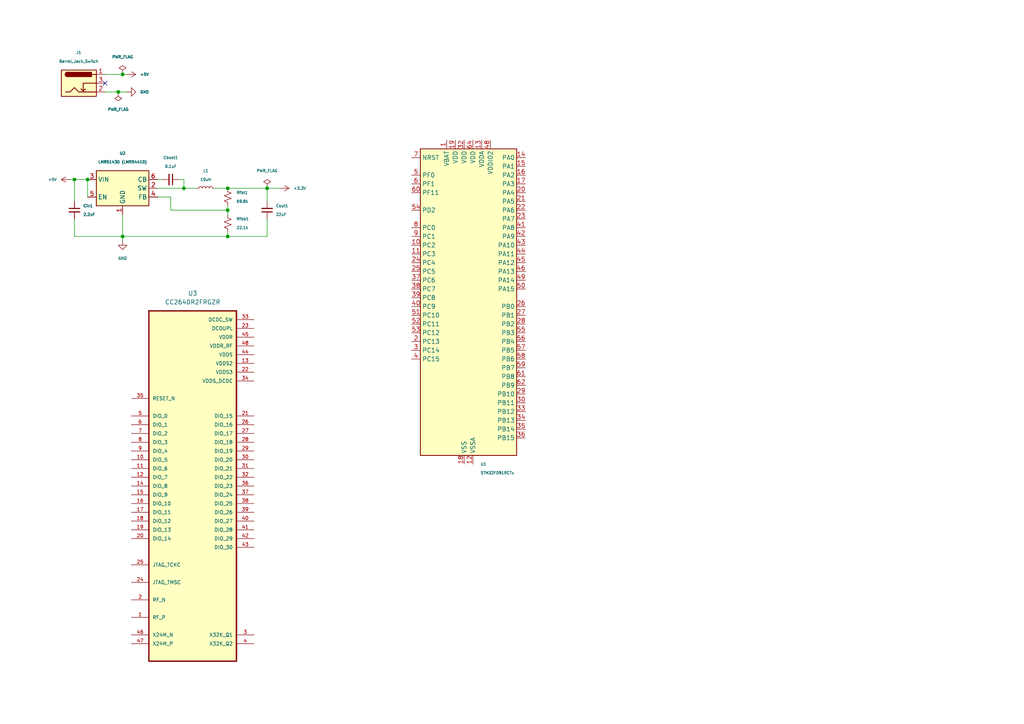
<source format=kicad_sch>
(kicad_sch (version 20230121) (generator eeschema)

  (uuid 2a19c3a6-698c-4845-b3c3-139632a3e17c)

  (paper "A4")

  (title_block
    (title "SWIPE-STACK HUB")
    (date "2024-02-05")
    (company "Purdue University ECE 477 Senior Design")
    (comment 1 "Authored by Alex Chitsazzadeh")
  )

  (lib_symbols
    (symbol "CC2640R2FRGZR:CC2640R2FRGZR" (pin_names (offset 1.016)) (in_bom yes) (on_board yes)
      (property "Reference" "U" (at -12.7 51.8 0)
        (effects (font (size 1.27 1.27)) (justify left bottom))
      )
      (property "Value" "CC2640R2FRGZR" (at -12.7 -54.8 0)
        (effects (font (size 1.27 1.27)) (justify left bottom))
      )
      (property "Footprint" "CC2640R2FRGZR:QFN50P700X700X100-49N" (at 0 0 0)
        (effects (font (size 1.27 1.27)) (justify bottom) hide)
      )
      (property "Datasheet" "" (at 0 0 0)
        (effects (font (size 1.27 1.27)) hide)
      )
      (property "MF" "Texas Instruments" (at 0 0 0)
        (effects (font (size 1.27 1.27)) (justify bottom) hide)
      )
      (property "Description" "\nSimpleLink™ 32-bit Arm® Cortex®-M3 Bluetooth® 5.1 Low Energy wireless MCU with 128-kB flash\n" (at 0 0 0)
        (effects (font (size 1.27 1.27)) (justify bottom) hide)
      )
      (property "Package" "VQFN-48 Texas Instruments" (at 0 0 0)
        (effects (font (size 1.27 1.27)) (justify bottom) hide)
      )
      (property "Price" "None" (at 0 0 0)
        (effects (font (size 1.27 1.27)) (justify bottom) hide)
      )
      (property "SnapEDA_Link" "https://www.snapeda.com/parts/CC2640R2FRGZR/Texas+Instruments/view-part/?ref=snap" (at 0 0 0)
        (effects (font (size 1.27 1.27)) (justify bottom) hide)
      )
      (property "MP" "CC2640R2FRGZR" (at 0 0 0)
        (effects (font (size 1.27 1.27)) (justify bottom) hide)
      )
      (property "Purchase-URL" "https://www.snapeda.com/api/url_track_click_mouser/?unipart_id=605504&manufacturer=Texas Instruments&part_name=CC2640R2FRGZR&search_term=None" (at 0 0 0)
        (effects (font (size 1.27 1.27)) (justify bottom) hide)
      )
      (property "Availability" "In Stock" (at 0 0 0)
        (effects (font (size 1.27 1.27)) (justify bottom) hide)
      )
      (property "Check_prices" "https://www.snapeda.com/parts/CC2640R2FRGZR/Texas+Instruments/view-part/?ref=eda" (at 0 0 0)
        (effects (font (size 1.27 1.27)) (justify bottom) hide)
      )
      (symbol "CC2640R2FRGZR_0_0"
        (rectangle (start -12.7 -50.8) (end 12.7 50.8)
          (stroke (width 0.41) (type default))
          (fill (type background))
        )
        (pin bidirectional line (at -17.78 -38.1 0) (length 5.08)
          (name "RF_P" (effects (font (size 1.016 1.016))))
          (number "1" (effects (font (size 1.016 1.016))))
        )
        (pin bidirectional line (at -17.78 7.62 0) (length 5.08)
          (name "DIO_5" (effects (font (size 1.016 1.016))))
          (number "10" (effects (font (size 1.016 1.016))))
        )
        (pin bidirectional line (at -17.78 5.08 0) (length 5.08)
          (name "DIO_6" (effects (font (size 1.016 1.016))))
          (number "11" (effects (font (size 1.016 1.016))))
        )
        (pin bidirectional line (at -17.78 2.54 0) (length 5.08)
          (name "DIO_7" (effects (font (size 1.016 1.016))))
          (number "12" (effects (font (size 1.016 1.016))))
        )
        (pin power_in line (at 17.78 35.56 180) (length 5.08)
          (name "VDDS2" (effects (font (size 1.016 1.016))))
          (number "13" (effects (font (size 1.016 1.016))))
        )
        (pin bidirectional line (at -17.78 0 0) (length 5.08)
          (name "DIO_8" (effects (font (size 1.016 1.016))))
          (number "14" (effects (font (size 1.016 1.016))))
        )
        (pin bidirectional line (at -17.78 -2.54 0) (length 5.08)
          (name "DIO_9" (effects (font (size 1.016 1.016))))
          (number "15" (effects (font (size 1.016 1.016))))
        )
        (pin bidirectional line (at -17.78 -5.08 0) (length 5.08)
          (name "DIO_10" (effects (font (size 1.016 1.016))))
          (number "16" (effects (font (size 1.016 1.016))))
        )
        (pin bidirectional line (at -17.78 -7.62 0) (length 5.08)
          (name "DIO_11" (effects (font (size 1.016 1.016))))
          (number "17" (effects (font (size 1.016 1.016))))
        )
        (pin bidirectional line (at -17.78 -10.16 0) (length 5.08)
          (name "DIO_12" (effects (font (size 1.016 1.016))))
          (number "18" (effects (font (size 1.016 1.016))))
        )
        (pin bidirectional line (at -17.78 -12.7 0) (length 5.08)
          (name "DIO_13" (effects (font (size 1.016 1.016))))
          (number "19" (effects (font (size 1.016 1.016))))
        )
        (pin bidirectional line (at -17.78 -33.02 0) (length 5.08)
          (name "RF_N" (effects (font (size 1.016 1.016))))
          (number "2" (effects (font (size 1.016 1.016))))
        )
        (pin bidirectional line (at -17.78 -15.24 0) (length 5.08)
          (name "DIO_14" (effects (font (size 1.016 1.016))))
          (number "20" (effects (font (size 1.016 1.016))))
        )
        (pin bidirectional line (at 17.78 20.32 180) (length 5.08)
          (name "DIO_15" (effects (font (size 1.016 1.016))))
          (number "21" (effects (font (size 1.016 1.016))))
        )
        (pin power_in line (at 17.78 33.02 180) (length 5.08)
          (name "VDDS3" (effects (font (size 1.016 1.016))))
          (number "22" (effects (font (size 1.016 1.016))))
        )
        (pin power_in line (at 17.78 45.72 180) (length 5.08)
          (name "DCOUPL" (effects (font (size 1.016 1.016))))
          (number "23" (effects (font (size 1.016 1.016))))
        )
        (pin bidirectional line (at -17.78 -27.94 0) (length 5.08)
          (name "JTAG_TMSC" (effects (font (size 1.016 1.016))))
          (number "24" (effects (font (size 1.016 1.016))))
        )
        (pin bidirectional line (at -17.78 -22.86 0) (length 5.08)
          (name "JTAG_TCKC" (effects (font (size 1.016 1.016))))
          (number "25" (effects (font (size 1.016 1.016))))
        )
        (pin bidirectional line (at 17.78 17.78 180) (length 5.08)
          (name "DIO_16" (effects (font (size 1.016 1.016))))
          (number "26" (effects (font (size 1.016 1.016))))
        )
        (pin bidirectional line (at 17.78 15.24 180) (length 5.08)
          (name "DIO_17" (effects (font (size 1.016 1.016))))
          (number "27" (effects (font (size 1.016 1.016))))
        )
        (pin bidirectional line (at 17.78 12.7 180) (length 5.08)
          (name "DIO_18" (effects (font (size 1.016 1.016))))
          (number "28" (effects (font (size 1.016 1.016))))
        )
        (pin bidirectional line (at 17.78 10.16 180) (length 5.08)
          (name "DIO_19" (effects (font (size 1.016 1.016))))
          (number "29" (effects (font (size 1.016 1.016))))
        )
        (pin bidirectional line (at 17.78 -43.18 180) (length 5.08)
          (name "X32K_Q1" (effects (font (size 1.016 1.016))))
          (number "3" (effects (font (size 1.016 1.016))))
        )
        (pin bidirectional line (at 17.78 7.62 180) (length 5.08)
          (name "DIO_20" (effects (font (size 1.016 1.016))))
          (number "30" (effects (font (size 1.016 1.016))))
        )
        (pin bidirectional line (at 17.78 5.08 180) (length 5.08)
          (name "DIO_21" (effects (font (size 1.016 1.016))))
          (number "31" (effects (font (size 1.016 1.016))))
        )
        (pin bidirectional line (at 17.78 2.54 180) (length 5.08)
          (name "DIO_22" (effects (font (size 1.016 1.016))))
          (number "32" (effects (font (size 1.016 1.016))))
        )
        (pin power_in line (at 17.78 48.26 180) (length 5.08)
          (name "DCDC_SW" (effects (font (size 1.016 1.016))))
          (number "33" (effects (font (size 1.016 1.016))))
        )
        (pin power_in line (at 17.78 30.48 180) (length 5.08)
          (name "VDDS_DCDC" (effects (font (size 1.016 1.016))))
          (number "34" (effects (font (size 1.016 1.016))))
        )
        (pin input line (at -17.78 25.4 0) (length 5.08)
          (name "RESET_N" (effects (font (size 1.016 1.016))))
          (number "35" (effects (font (size 1.016 1.016))))
        )
        (pin bidirectional line (at 17.78 0 180) (length 5.08)
          (name "DIO_23" (effects (font (size 1.016 1.016))))
          (number "36" (effects (font (size 1.016 1.016))))
        )
        (pin bidirectional line (at 17.78 -2.54 180) (length 5.08)
          (name "DIO_24" (effects (font (size 1.016 1.016))))
          (number "37" (effects (font (size 1.016 1.016))))
        )
        (pin bidirectional line (at 17.78 -5.08 180) (length 5.08)
          (name "DIO_25" (effects (font (size 1.016 1.016))))
          (number "38" (effects (font (size 1.016 1.016))))
        )
        (pin bidirectional line (at 17.78 -7.62 180) (length 5.08)
          (name "DIO_26" (effects (font (size 1.016 1.016))))
          (number "39" (effects (font (size 1.016 1.016))))
        )
        (pin bidirectional line (at 17.78 -45.72 180) (length 5.08)
          (name "X32K_Q2" (effects (font (size 1.016 1.016))))
          (number "4" (effects (font (size 1.016 1.016))))
        )
        (pin bidirectional line (at 17.78 -10.16 180) (length 5.08)
          (name "DIO_27" (effects (font (size 1.016 1.016))))
          (number "40" (effects (font (size 1.016 1.016))))
        )
        (pin bidirectional line (at 17.78 -12.7 180) (length 5.08)
          (name "DIO_28" (effects (font (size 1.016 1.016))))
          (number "41" (effects (font (size 1.016 1.016))))
        )
        (pin bidirectional line (at 17.78 -15.24 180) (length 5.08)
          (name "DIO_29" (effects (font (size 1.016 1.016))))
          (number "42" (effects (font (size 1.016 1.016))))
        )
        (pin bidirectional line (at 17.78 -17.78 180) (length 5.08)
          (name "DIO_30" (effects (font (size 1.016 1.016))))
          (number "43" (effects (font (size 1.016 1.016))))
        )
        (pin power_in line (at 17.78 38.1 180) (length 5.08)
          (name "VDDS" (effects (font (size 1.016 1.016))))
          (number "44" (effects (font (size 1.016 1.016))))
        )
        (pin power_in line (at 17.78 43.18 180) (length 5.08)
          (name "VDDR" (effects (font (size 1.016 1.016))))
          (number "45" (effects (font (size 1.016 1.016))))
        )
        (pin bidirectional line (at -17.78 -43.18 0) (length 5.08)
          (name "X24M_N" (effects (font (size 1.016 1.016))))
          (number "46" (effects (font (size 1.016 1.016))))
        )
        (pin bidirectional line (at -17.78 -45.72 0) (length 5.08)
          (name "X24M_P" (effects (font (size 1.016 1.016))))
          (number "47" (effects (font (size 1.016 1.016))))
        )
        (pin power_in line (at 17.78 40.64 180) (length 5.08)
          (name "VDDR_RF" (effects (font (size 1.016 1.016))))
          (number "48" (effects (font (size 1.016 1.016))))
        )
        (pin bidirectional line (at -17.78 20.32 0) (length 5.08)
          (name "DIO_0" (effects (font (size 1.016 1.016))))
          (number "5" (effects (font (size 1.016 1.016))))
        )
        (pin bidirectional line (at -17.78 17.78 0) (length 5.08)
          (name "DIO_1" (effects (font (size 1.016 1.016))))
          (number "6" (effects (font (size 1.016 1.016))))
        )
        (pin bidirectional line (at -17.78 15.24 0) (length 5.08)
          (name "DIO_2" (effects (font (size 1.016 1.016))))
          (number "7" (effects (font (size 1.016 1.016))))
        )
        (pin bidirectional line (at -17.78 12.7 0) (length 5.08)
          (name "DIO_3" (effects (font (size 1.016 1.016))))
          (number "8" (effects (font (size 1.016 1.016))))
        )
        (pin bidirectional line (at -17.78 10.16 0) (length 5.08)
          (name "DIO_4" (effects (font (size 1.016 1.016))))
          (number "9" (effects (font (size 1.016 1.016))))
        )
      )
    )
    (symbol "Connector:Barrel_Jack_Switch" (pin_names hide) (in_bom yes) (on_board yes)
      (property "Reference" "J" (at 0 5.334 0)
        (effects (font (size 1.27 1.27)))
      )
      (property "Value" "Barrel_Jack_Switch" (at 0 -5.08 0)
        (effects (font (size 1.27 1.27)))
      )
      (property "Footprint" "" (at 1.27 -1.016 0)
        (effects (font (size 1.27 1.27)) hide)
      )
      (property "Datasheet" "~" (at 1.27 -1.016 0)
        (effects (font (size 1.27 1.27)) hide)
      )
      (property "ki_keywords" "DC power barrel jack connector" (at 0 0 0)
        (effects (font (size 1.27 1.27)) hide)
      )
      (property "ki_description" "DC Barrel Jack with an internal switch" (at 0 0 0)
        (effects (font (size 1.27 1.27)) hide)
      )
      (property "ki_fp_filters" "BarrelJack*" (at 0 0 0)
        (effects (font (size 1.27 1.27)) hide)
      )
      (symbol "Barrel_Jack_Switch_0_1"
        (rectangle (start -5.08 3.81) (end 5.08 -3.81)
          (stroke (width 0.254) (type default))
          (fill (type background))
        )
        (arc (start -3.302 3.175) (mid -3.9343 2.54) (end -3.302 1.905)
          (stroke (width 0.254) (type default))
          (fill (type none))
        )
        (arc (start -3.302 3.175) (mid -3.9343 2.54) (end -3.302 1.905)
          (stroke (width 0.254) (type default))
          (fill (type outline))
        )
        (polyline
          (pts
            (xy 1.27 -2.286)
            (xy 1.905 -1.651)
          )
          (stroke (width 0.254) (type default))
          (fill (type none))
        )
        (polyline
          (pts
            (xy 5.08 2.54)
            (xy 3.81 2.54)
          )
          (stroke (width 0.254) (type default))
          (fill (type none))
        )
        (polyline
          (pts
            (xy 5.08 0)
            (xy 1.27 0)
            (xy 1.27 -2.286)
            (xy 0.635 -1.651)
          )
          (stroke (width 0.254) (type default))
          (fill (type none))
        )
        (polyline
          (pts
            (xy -3.81 -2.54)
            (xy -2.54 -2.54)
            (xy -1.27 -1.27)
            (xy 0 -2.54)
            (xy 2.54 -2.54)
            (xy 5.08 -2.54)
          )
          (stroke (width 0.254) (type default))
          (fill (type none))
        )
        (rectangle (start 3.683 3.175) (end -3.302 1.905)
          (stroke (width 0.254) (type default))
          (fill (type outline))
        )
      )
      (symbol "Barrel_Jack_Switch_1_1"
        (pin passive line (at 7.62 2.54 180) (length 2.54)
          (name "~" (effects (font (size 1.27 1.27))))
          (number "1" (effects (font (size 1.27 1.27))))
        )
        (pin passive line (at 7.62 -2.54 180) (length 2.54)
          (name "~" (effects (font (size 1.27 1.27))))
          (number "2" (effects (font (size 1.27 1.27))))
        )
        (pin passive line (at 7.62 0 180) (length 2.54)
          (name "~" (effects (font (size 1.27 1.27))))
          (number "3" (effects (font (size 1.27 1.27))))
        )
      )
    )
    (symbol "Device:C_Small" (pin_numbers hide) (pin_names (offset 0.254) hide) (in_bom yes) (on_board yes)
      (property "Reference" "C" (at 0.254 1.778 0)
        (effects (font (size 1.27 1.27)) (justify left))
      )
      (property "Value" "C_Small" (at 0.254 -2.032 0)
        (effects (font (size 1.27 1.27)) (justify left))
      )
      (property "Footprint" "" (at 0 0 0)
        (effects (font (size 1.27 1.27)) hide)
      )
      (property "Datasheet" "~" (at 0 0 0)
        (effects (font (size 1.27 1.27)) hide)
      )
      (property "ki_keywords" "capacitor cap" (at 0 0 0)
        (effects (font (size 1.27 1.27)) hide)
      )
      (property "ki_description" "Unpolarized capacitor, small symbol" (at 0 0 0)
        (effects (font (size 1.27 1.27)) hide)
      )
      (property "ki_fp_filters" "C_*" (at 0 0 0)
        (effects (font (size 1.27 1.27)) hide)
      )
      (symbol "C_Small_0_1"
        (polyline
          (pts
            (xy -1.524 -0.508)
            (xy 1.524 -0.508)
          )
          (stroke (width 0.3302) (type default))
          (fill (type none))
        )
        (polyline
          (pts
            (xy -1.524 0.508)
            (xy 1.524 0.508)
          )
          (stroke (width 0.3048) (type default))
          (fill (type none))
        )
      )
      (symbol "C_Small_1_1"
        (pin passive line (at 0 2.54 270) (length 2.032)
          (name "~" (effects (font (size 1.27 1.27))))
          (number "1" (effects (font (size 1.27 1.27))))
        )
        (pin passive line (at 0 -2.54 90) (length 2.032)
          (name "~" (effects (font (size 1.27 1.27))))
          (number "2" (effects (font (size 1.27 1.27))))
        )
      )
    )
    (symbol "Device:L_Small" (pin_numbers hide) (pin_names (offset 0.254) hide) (in_bom yes) (on_board yes)
      (property "Reference" "L" (at 0.762 1.016 0)
        (effects (font (size 1.27 1.27)) (justify left))
      )
      (property "Value" "L_Small" (at 0.762 -1.016 0)
        (effects (font (size 1.27 1.27)) (justify left))
      )
      (property "Footprint" "" (at 0 0 0)
        (effects (font (size 1.27 1.27)) hide)
      )
      (property "Datasheet" "~" (at 0 0 0)
        (effects (font (size 1.27 1.27)) hide)
      )
      (property "ki_keywords" "inductor choke coil reactor magnetic" (at 0 0 0)
        (effects (font (size 1.27 1.27)) hide)
      )
      (property "ki_description" "Inductor, small symbol" (at 0 0 0)
        (effects (font (size 1.27 1.27)) hide)
      )
      (property "ki_fp_filters" "Choke_* *Coil* Inductor_* L_*" (at 0 0 0)
        (effects (font (size 1.27 1.27)) hide)
      )
      (symbol "L_Small_0_1"
        (arc (start 0 -2.032) (mid 0.5058 -1.524) (end 0 -1.016)
          (stroke (width 0) (type default))
          (fill (type none))
        )
        (arc (start 0 -1.016) (mid 0.5058 -0.508) (end 0 0)
          (stroke (width 0) (type default))
          (fill (type none))
        )
        (arc (start 0 0) (mid 0.5058 0.508) (end 0 1.016)
          (stroke (width 0) (type default))
          (fill (type none))
        )
        (arc (start 0 1.016) (mid 0.5058 1.524) (end 0 2.032)
          (stroke (width 0) (type default))
          (fill (type none))
        )
      )
      (symbol "L_Small_1_1"
        (pin passive line (at 0 2.54 270) (length 0.508)
          (name "~" (effects (font (size 1.27 1.27))))
          (number "1" (effects (font (size 1.27 1.27))))
        )
        (pin passive line (at 0 -2.54 90) (length 0.508)
          (name "~" (effects (font (size 1.27 1.27))))
          (number "2" (effects (font (size 1.27 1.27))))
        )
      )
    )
    (symbol "Device:R_Small_US" (pin_numbers hide) (pin_names (offset 0.254) hide) (in_bom yes) (on_board yes)
      (property "Reference" "R" (at 0.762 0.508 0)
        (effects (font (size 1.27 1.27)) (justify left))
      )
      (property "Value" "R_Small_US" (at 0.762 -1.016 0)
        (effects (font (size 1.27 1.27)) (justify left))
      )
      (property "Footprint" "" (at 0 0 0)
        (effects (font (size 1.27 1.27)) hide)
      )
      (property "Datasheet" "~" (at 0 0 0)
        (effects (font (size 1.27 1.27)) hide)
      )
      (property "ki_keywords" "r resistor" (at 0 0 0)
        (effects (font (size 1.27 1.27)) hide)
      )
      (property "ki_description" "Resistor, small US symbol" (at 0 0 0)
        (effects (font (size 1.27 1.27)) hide)
      )
      (property "ki_fp_filters" "R_*" (at 0 0 0)
        (effects (font (size 1.27 1.27)) hide)
      )
      (symbol "R_Small_US_1_1"
        (polyline
          (pts
            (xy 0 0)
            (xy 1.016 -0.381)
            (xy 0 -0.762)
            (xy -1.016 -1.143)
            (xy 0 -1.524)
          )
          (stroke (width 0) (type default))
          (fill (type none))
        )
        (polyline
          (pts
            (xy 0 1.524)
            (xy 1.016 1.143)
            (xy 0 0.762)
            (xy -1.016 0.381)
            (xy 0 0)
          )
          (stroke (width 0) (type default))
          (fill (type none))
        )
        (pin passive line (at 0 2.54 270) (length 1.016)
          (name "~" (effects (font (size 1.27 1.27))))
          (number "1" (effects (font (size 1.27 1.27))))
        )
        (pin passive line (at 0 -2.54 90) (length 1.016)
          (name "~" (effects (font (size 1.27 1.27))))
          (number "2" (effects (font (size 1.27 1.27))))
        )
      )
    )
    (symbol "MCU_ST_STM32F0:STM32F091RCTx" (in_bom yes) (on_board yes)
      (property "Reference" "U" (at -12.7 46.99 0)
        (effects (font (size 1.27 1.27)) (justify left))
      )
      (property "Value" "STM32F091RCTx" (at 10.16 46.99 0)
        (effects (font (size 1.27 1.27)) (justify left))
      )
      (property "Footprint" "Package_QFP:LQFP-64_10x10mm_P0.5mm" (at -12.7 -43.18 0)
        (effects (font (size 1.27 1.27)) (justify right) hide)
      )
      (property "Datasheet" "https://www.st.com/resource/en/datasheet/stm32f091rc.pdf" (at 0 0 0)
        (effects (font (size 1.27 1.27)) hide)
      )
      (property "ki_locked" "" (at 0 0 0)
        (effects (font (size 1.27 1.27)))
      )
      (property "ki_keywords" "Arm Cortex-M0 STM32F0 STM32F0x1" (at 0 0 0)
        (effects (font (size 1.27 1.27)) hide)
      )
      (property "ki_description" "STMicroelectronics Arm Cortex-M0 MCU, 256KB flash, 32KB RAM, 48 MHz, 2.0-3.6V, 52 GPIO, LQFP64" (at 0 0 0)
        (effects (font (size 1.27 1.27)) hide)
      )
      (property "ki_fp_filters" "LQFP*10x10mm*P0.5mm*" (at 0 0 0)
        (effects (font (size 1.27 1.27)) hide)
      )
      (symbol "STM32F091RCTx_0_1"
        (rectangle (start -12.7 -43.18) (end 15.24 45.72)
          (stroke (width 0.254) (type default))
          (fill (type background))
        )
      )
      (symbol "STM32F091RCTx_1_1"
        (pin power_in line (at -5.08 48.26 270) (length 2.54)
          (name "VBAT" (effects (font (size 1.27 1.27))))
          (number "1" (effects (font (size 1.27 1.27))))
        )
        (pin bidirectional line (at -15.24 17.78 0) (length 2.54)
          (name "PC2" (effects (font (size 1.27 1.27))))
          (number "10" (effects (font (size 1.27 1.27))))
          (alternate "ADC_IN12" bidirectional line)
          (alternate "I2S2_MCK" bidirectional line)
          (alternate "SPI2_MISO" bidirectional line)
          (alternate "USART8_TX" bidirectional line)
        )
        (pin bidirectional line (at -15.24 15.24 0) (length 2.54)
          (name "PC3" (effects (font (size 1.27 1.27))))
          (number "11" (effects (font (size 1.27 1.27))))
          (alternate "ADC_IN13" bidirectional line)
          (alternate "I2S2_SD" bidirectional line)
          (alternate "SPI2_MOSI" bidirectional line)
          (alternate "USART8_RX" bidirectional line)
        )
        (pin power_in line (at 2.54 -45.72 90) (length 2.54)
          (name "VSSA" (effects (font (size 1.27 1.27))))
          (number "12" (effects (font (size 1.27 1.27))))
        )
        (pin power_in line (at 5.08 48.26 270) (length 2.54)
          (name "VDDA" (effects (font (size 1.27 1.27))))
          (number "13" (effects (font (size 1.27 1.27))))
        )
        (pin bidirectional line (at 17.78 43.18 180) (length 2.54)
          (name "PA0" (effects (font (size 1.27 1.27))))
          (number "14" (effects (font (size 1.27 1.27))))
          (alternate "ADC_IN0" bidirectional line)
          (alternate "COMP1_INM" bidirectional line)
          (alternate "COMP1_OUT" bidirectional line)
          (alternate "RTC_TAMP2" bidirectional line)
          (alternate "SYS_WKUP1" bidirectional line)
          (alternate "TIM2_CH1" bidirectional line)
          (alternate "TIM2_ETR" bidirectional line)
          (alternate "TSC_G1_IO1" bidirectional line)
          (alternate "USART2_CTS" bidirectional line)
          (alternate "USART4_TX" bidirectional line)
        )
        (pin bidirectional line (at 17.78 40.64 180) (length 2.54)
          (name "PA1" (effects (font (size 1.27 1.27))))
          (number "15" (effects (font (size 1.27 1.27))))
          (alternate "ADC_IN1" bidirectional line)
          (alternate "COMP1_INP" bidirectional line)
          (alternate "TIM15_CH1N" bidirectional line)
          (alternate "TIM2_CH2" bidirectional line)
          (alternate "TSC_G1_IO2" bidirectional line)
          (alternate "USART2_DE" bidirectional line)
          (alternate "USART2_RTS" bidirectional line)
          (alternate "USART4_RX" bidirectional line)
        )
        (pin bidirectional line (at 17.78 38.1 180) (length 2.54)
          (name "PA2" (effects (font (size 1.27 1.27))))
          (number "16" (effects (font (size 1.27 1.27))))
          (alternate "ADC_IN2" bidirectional line)
          (alternate "COMP2_INM" bidirectional line)
          (alternate "COMP2_OUT" bidirectional line)
          (alternate "SYS_WKUP4" bidirectional line)
          (alternate "TIM15_CH1" bidirectional line)
          (alternate "TIM2_CH3" bidirectional line)
          (alternate "TSC_G1_IO3" bidirectional line)
          (alternate "USART2_TX" bidirectional line)
        )
        (pin bidirectional line (at 17.78 35.56 180) (length 2.54)
          (name "PA3" (effects (font (size 1.27 1.27))))
          (number "17" (effects (font (size 1.27 1.27))))
          (alternate "ADC_IN3" bidirectional line)
          (alternate "COMP2_INP" bidirectional line)
          (alternate "TIM15_CH2" bidirectional line)
          (alternate "TIM2_CH4" bidirectional line)
          (alternate "TSC_G1_IO4" bidirectional line)
          (alternate "USART2_RX" bidirectional line)
        )
        (pin power_in line (at 0 -45.72 90) (length 2.54)
          (name "VSS" (effects (font (size 1.27 1.27))))
          (number "18" (effects (font (size 1.27 1.27))))
        )
        (pin power_in line (at -2.54 48.26 270) (length 2.54)
          (name "VDD" (effects (font (size 1.27 1.27))))
          (number "19" (effects (font (size 1.27 1.27))))
        )
        (pin bidirectional line (at -15.24 -10.16 0) (length 2.54)
          (name "PC13" (effects (font (size 1.27 1.27))))
          (number "2" (effects (font (size 1.27 1.27))))
          (alternate "RTC_OUT_ALARM" bidirectional line)
          (alternate "RTC_OUT_CALIB" bidirectional line)
          (alternate "RTC_TAMP1" bidirectional line)
          (alternate "RTC_TS" bidirectional line)
          (alternate "SYS_WKUP2" bidirectional line)
        )
        (pin bidirectional line (at 17.78 33.02 180) (length 2.54)
          (name "PA4" (effects (font (size 1.27 1.27))))
          (number "20" (effects (font (size 1.27 1.27))))
          (alternate "ADC_IN4" bidirectional line)
          (alternate "COMP1_INM" bidirectional line)
          (alternate "COMP2_INM" bidirectional line)
          (alternate "DAC_OUT1" bidirectional line)
          (alternate "I2S1_WS" bidirectional line)
          (alternate "SPI1_NSS" bidirectional line)
          (alternate "TIM14_CH1" bidirectional line)
          (alternate "TSC_G2_IO1" bidirectional line)
          (alternate "USART2_CK" bidirectional line)
          (alternate "USART6_TX" bidirectional line)
        )
        (pin bidirectional line (at 17.78 30.48 180) (length 2.54)
          (name "PA5" (effects (font (size 1.27 1.27))))
          (number "21" (effects (font (size 1.27 1.27))))
          (alternate "ADC_IN5" bidirectional line)
          (alternate "CEC" bidirectional line)
          (alternate "COMP1_INM" bidirectional line)
          (alternate "COMP2_INM" bidirectional line)
          (alternate "DAC_OUT2" bidirectional line)
          (alternate "I2S1_CK" bidirectional line)
          (alternate "SPI1_SCK" bidirectional line)
          (alternate "TIM2_CH1" bidirectional line)
          (alternate "TIM2_ETR" bidirectional line)
          (alternate "TSC_G2_IO2" bidirectional line)
          (alternate "USART6_RX" bidirectional line)
        )
        (pin bidirectional line (at 17.78 27.94 180) (length 2.54)
          (name "PA6" (effects (font (size 1.27 1.27))))
          (number "22" (effects (font (size 1.27 1.27))))
          (alternate "ADC_IN6" bidirectional line)
          (alternate "COMP1_OUT" bidirectional line)
          (alternate "I2S1_MCK" bidirectional line)
          (alternate "SPI1_MISO" bidirectional line)
          (alternate "TIM16_CH1" bidirectional line)
          (alternate "TIM1_BKIN" bidirectional line)
          (alternate "TIM3_CH1" bidirectional line)
          (alternate "TSC_G2_IO3" bidirectional line)
          (alternate "USART3_CTS" bidirectional line)
        )
        (pin bidirectional line (at 17.78 25.4 180) (length 2.54)
          (name "PA7" (effects (font (size 1.27 1.27))))
          (number "23" (effects (font (size 1.27 1.27))))
          (alternate "ADC_IN7" bidirectional line)
          (alternate "COMP2_OUT" bidirectional line)
          (alternate "I2S1_SD" bidirectional line)
          (alternate "SPI1_MOSI" bidirectional line)
          (alternate "TIM14_CH1" bidirectional line)
          (alternate "TIM17_CH1" bidirectional line)
          (alternate "TIM1_CH1N" bidirectional line)
          (alternate "TIM3_CH2" bidirectional line)
          (alternate "TSC_G2_IO4" bidirectional line)
        )
        (pin bidirectional line (at -15.24 12.7 0) (length 2.54)
          (name "PC4" (effects (font (size 1.27 1.27))))
          (number "24" (effects (font (size 1.27 1.27))))
          (alternate "ADC_IN14" bidirectional line)
          (alternate "USART3_TX" bidirectional line)
        )
        (pin bidirectional line (at -15.24 10.16 0) (length 2.54)
          (name "PC5" (effects (font (size 1.27 1.27))))
          (number "25" (effects (font (size 1.27 1.27))))
          (alternate "ADC_IN15" bidirectional line)
          (alternate "SYS_WKUP5" bidirectional line)
          (alternate "TSC_G3_IO1" bidirectional line)
          (alternate "USART3_RX" bidirectional line)
        )
        (pin bidirectional line (at 17.78 0 180) (length 2.54)
          (name "PB0" (effects (font (size 1.27 1.27))))
          (number "26" (effects (font (size 1.27 1.27))))
          (alternate "ADC_IN8" bidirectional line)
          (alternate "TIM1_CH2N" bidirectional line)
          (alternate "TIM3_CH3" bidirectional line)
          (alternate "TSC_G3_IO2" bidirectional line)
          (alternate "USART3_CK" bidirectional line)
        )
        (pin bidirectional line (at 17.78 -2.54 180) (length 2.54)
          (name "PB1" (effects (font (size 1.27 1.27))))
          (number "27" (effects (font (size 1.27 1.27))))
          (alternate "ADC_IN9" bidirectional line)
          (alternate "TIM14_CH1" bidirectional line)
          (alternate "TIM1_CH3N" bidirectional line)
          (alternate "TIM3_CH4" bidirectional line)
          (alternate "TSC_G3_IO3" bidirectional line)
          (alternate "USART3_DE" bidirectional line)
          (alternate "USART3_RTS" bidirectional line)
        )
        (pin bidirectional line (at 17.78 -5.08 180) (length 2.54)
          (name "PB2" (effects (font (size 1.27 1.27))))
          (number "28" (effects (font (size 1.27 1.27))))
          (alternate "TSC_G3_IO4" bidirectional line)
        )
        (pin bidirectional line (at 17.78 -25.4 180) (length 2.54)
          (name "PB10" (effects (font (size 1.27 1.27))))
          (number "29" (effects (font (size 1.27 1.27))))
          (alternate "CEC" bidirectional line)
          (alternate "I2C2_SCL" bidirectional line)
          (alternate "I2S2_CK" bidirectional line)
          (alternate "SPI2_SCK" bidirectional line)
          (alternate "TIM2_CH3" bidirectional line)
          (alternate "TSC_SYNC" bidirectional line)
          (alternate "USART3_TX" bidirectional line)
        )
        (pin bidirectional line (at -15.24 -12.7 0) (length 2.54)
          (name "PC14" (effects (font (size 1.27 1.27))))
          (number "3" (effects (font (size 1.27 1.27))))
          (alternate "RCC_OSC32_IN" bidirectional line)
        )
        (pin bidirectional line (at 17.78 -27.94 180) (length 2.54)
          (name "PB11" (effects (font (size 1.27 1.27))))
          (number "30" (effects (font (size 1.27 1.27))))
          (alternate "I2C2_SDA" bidirectional line)
          (alternate "TIM2_CH4" bidirectional line)
          (alternate "TSC_G6_IO1" bidirectional line)
          (alternate "USART3_RX" bidirectional line)
        )
        (pin passive line (at 0 -45.72 90) (length 2.54) hide
          (name "VSS" (effects (font (size 1.27 1.27))))
          (number "31" (effects (font (size 1.27 1.27))))
        )
        (pin power_in line (at 0 48.26 270) (length 2.54)
          (name "VDD" (effects (font (size 1.27 1.27))))
          (number "32" (effects (font (size 1.27 1.27))))
        )
        (pin bidirectional line (at 17.78 -30.48 180) (length 2.54)
          (name "PB12" (effects (font (size 1.27 1.27))))
          (number "33" (effects (font (size 1.27 1.27))))
          (alternate "I2S2_WS" bidirectional line)
          (alternate "SPI2_NSS" bidirectional line)
          (alternate "TIM15_BKIN" bidirectional line)
          (alternate "TIM1_BKIN" bidirectional line)
          (alternate "TSC_G6_IO2" bidirectional line)
          (alternate "USART3_CK" bidirectional line)
        )
        (pin bidirectional line (at 17.78 -33.02 180) (length 2.54)
          (name "PB13" (effects (font (size 1.27 1.27))))
          (number "34" (effects (font (size 1.27 1.27))))
          (alternate "I2C2_SCL" bidirectional line)
          (alternate "I2S2_CK" bidirectional line)
          (alternate "SPI2_SCK" bidirectional line)
          (alternate "TIM1_CH1N" bidirectional line)
          (alternate "TSC_G6_IO3" bidirectional line)
          (alternate "USART3_CTS" bidirectional line)
        )
        (pin bidirectional line (at 17.78 -35.56 180) (length 2.54)
          (name "PB14" (effects (font (size 1.27 1.27))))
          (number "35" (effects (font (size 1.27 1.27))))
          (alternate "I2C2_SDA" bidirectional line)
          (alternate "I2S2_MCK" bidirectional line)
          (alternate "SPI2_MISO" bidirectional line)
          (alternate "TIM15_CH1" bidirectional line)
          (alternate "TIM1_CH2N" bidirectional line)
          (alternate "TSC_G6_IO4" bidirectional line)
          (alternate "USART3_DE" bidirectional line)
          (alternate "USART3_RTS" bidirectional line)
        )
        (pin bidirectional line (at 17.78 -38.1 180) (length 2.54)
          (name "PB15" (effects (font (size 1.27 1.27))))
          (number "36" (effects (font (size 1.27 1.27))))
          (alternate "I2S2_SD" bidirectional line)
          (alternate "RTC_REFIN" bidirectional line)
          (alternate "SPI2_MOSI" bidirectional line)
          (alternate "SYS_WKUP7" bidirectional line)
          (alternate "TIM15_CH1N" bidirectional line)
          (alternate "TIM15_CH2" bidirectional line)
          (alternate "TIM1_CH3N" bidirectional line)
        )
        (pin bidirectional line (at -15.24 7.62 0) (length 2.54)
          (name "PC6" (effects (font (size 1.27 1.27))))
          (number "37" (effects (font (size 1.27 1.27))))
          (alternate "TIM3_CH1" bidirectional line)
          (alternate "USART7_TX" bidirectional line)
        )
        (pin bidirectional line (at -15.24 5.08 0) (length 2.54)
          (name "PC7" (effects (font (size 1.27 1.27))))
          (number "38" (effects (font (size 1.27 1.27))))
          (alternate "TIM3_CH2" bidirectional line)
          (alternate "USART7_RX" bidirectional line)
        )
        (pin bidirectional line (at -15.24 2.54 0) (length 2.54)
          (name "PC8" (effects (font (size 1.27 1.27))))
          (number "39" (effects (font (size 1.27 1.27))))
          (alternate "TIM3_CH3" bidirectional line)
          (alternate "USART8_TX" bidirectional line)
        )
        (pin bidirectional line (at -15.24 -15.24 0) (length 2.54)
          (name "PC15" (effects (font (size 1.27 1.27))))
          (number "4" (effects (font (size 1.27 1.27))))
          (alternate "RCC_OSC32_OUT" bidirectional line)
        )
        (pin bidirectional line (at -15.24 0 0) (length 2.54)
          (name "PC9" (effects (font (size 1.27 1.27))))
          (number "40" (effects (font (size 1.27 1.27))))
          (alternate "DAC_EXTI9" bidirectional line)
          (alternate "TIM3_CH4" bidirectional line)
          (alternate "USART8_RX" bidirectional line)
        )
        (pin bidirectional line (at 17.78 22.86 180) (length 2.54)
          (name "PA8" (effects (font (size 1.27 1.27))))
          (number "41" (effects (font (size 1.27 1.27))))
          (alternate "CRS_SYNC" bidirectional line)
          (alternate "RCC_MCO" bidirectional line)
          (alternate "TIM1_CH1" bidirectional line)
          (alternate "USART1_CK" bidirectional line)
        )
        (pin bidirectional line (at 17.78 20.32 180) (length 2.54)
          (name "PA9" (effects (font (size 1.27 1.27))))
          (number "42" (effects (font (size 1.27 1.27))))
          (alternate "DAC_EXTI9" bidirectional line)
          (alternate "I2C1_SCL" bidirectional line)
          (alternate "RCC_MCO" bidirectional line)
          (alternate "TIM15_BKIN" bidirectional line)
          (alternate "TIM1_CH2" bidirectional line)
          (alternate "TSC_G4_IO1" bidirectional line)
          (alternate "USART1_TX" bidirectional line)
        )
        (pin bidirectional line (at 17.78 17.78 180) (length 2.54)
          (name "PA10" (effects (font (size 1.27 1.27))))
          (number "43" (effects (font (size 1.27 1.27))))
          (alternate "I2C1_SDA" bidirectional line)
          (alternate "TIM17_BKIN" bidirectional line)
          (alternate "TIM1_CH3" bidirectional line)
          (alternate "TSC_G4_IO2" bidirectional line)
          (alternate "USART1_RX" bidirectional line)
        )
        (pin bidirectional line (at 17.78 15.24 180) (length 2.54)
          (name "PA11" (effects (font (size 1.27 1.27))))
          (number "44" (effects (font (size 1.27 1.27))))
          (alternate "CAN_RX" bidirectional line)
          (alternate "COMP1_OUT" bidirectional line)
          (alternate "I2C2_SCL" bidirectional line)
          (alternate "TIM1_CH4" bidirectional line)
          (alternate "TSC_G4_IO3" bidirectional line)
          (alternate "USART1_CTS" bidirectional line)
        )
        (pin bidirectional line (at 17.78 12.7 180) (length 2.54)
          (name "PA12" (effects (font (size 1.27 1.27))))
          (number "45" (effects (font (size 1.27 1.27))))
          (alternate "CAN_TX" bidirectional line)
          (alternate "COMP2_OUT" bidirectional line)
          (alternate "I2C2_SDA" bidirectional line)
          (alternate "TIM1_ETR" bidirectional line)
          (alternate "TSC_G4_IO4" bidirectional line)
          (alternate "USART1_DE" bidirectional line)
          (alternate "USART1_RTS" bidirectional line)
        )
        (pin bidirectional line (at 17.78 10.16 180) (length 2.54)
          (name "PA13" (effects (font (size 1.27 1.27))))
          (number "46" (effects (font (size 1.27 1.27))))
          (alternate "IR_OUT" bidirectional line)
          (alternate "SYS_SWDIO" bidirectional line)
        )
        (pin passive line (at 0 -45.72 90) (length 2.54) hide
          (name "VSS" (effects (font (size 1.27 1.27))))
          (number "47" (effects (font (size 1.27 1.27))))
        )
        (pin power_in line (at 7.62 48.26 270) (length 2.54)
          (name "VDDIO2" (effects (font (size 1.27 1.27))))
          (number "48" (effects (font (size 1.27 1.27))))
        )
        (pin bidirectional line (at 17.78 7.62 180) (length 2.54)
          (name "PA14" (effects (font (size 1.27 1.27))))
          (number "49" (effects (font (size 1.27 1.27))))
          (alternate "SYS_SWCLK" bidirectional line)
          (alternate "USART2_TX" bidirectional line)
        )
        (pin bidirectional line (at -15.24 38.1 0) (length 2.54)
          (name "PF0" (effects (font (size 1.27 1.27))))
          (number "5" (effects (font (size 1.27 1.27))))
          (alternate "CRS_SYNC" bidirectional line)
          (alternate "I2C1_SDA" bidirectional line)
          (alternate "RCC_OSC_IN" bidirectional line)
        )
        (pin bidirectional line (at 17.78 5.08 180) (length 2.54)
          (name "PA15" (effects (font (size 1.27 1.27))))
          (number "50" (effects (font (size 1.27 1.27))))
          (alternate "I2S1_WS" bidirectional line)
          (alternate "SPI1_NSS" bidirectional line)
          (alternate "TIM2_CH1" bidirectional line)
          (alternate "TIM2_ETR" bidirectional line)
          (alternate "USART2_RX" bidirectional line)
          (alternate "USART4_DE" bidirectional line)
          (alternate "USART4_RTS" bidirectional line)
        )
        (pin bidirectional line (at -15.24 -2.54 0) (length 2.54)
          (name "PC10" (effects (font (size 1.27 1.27))))
          (number "51" (effects (font (size 1.27 1.27))))
          (alternate "USART3_TX" bidirectional line)
          (alternate "USART4_TX" bidirectional line)
        )
        (pin bidirectional line (at -15.24 -5.08 0) (length 2.54)
          (name "PC11" (effects (font (size 1.27 1.27))))
          (number "52" (effects (font (size 1.27 1.27))))
          (alternate "USART3_RX" bidirectional line)
          (alternate "USART4_RX" bidirectional line)
        )
        (pin bidirectional line (at -15.24 -7.62 0) (length 2.54)
          (name "PC12" (effects (font (size 1.27 1.27))))
          (number "53" (effects (font (size 1.27 1.27))))
          (alternate "USART3_CK" bidirectional line)
          (alternate "USART4_CK" bidirectional line)
          (alternate "USART5_TX" bidirectional line)
        )
        (pin bidirectional line (at -15.24 27.94 0) (length 2.54)
          (name "PD2" (effects (font (size 1.27 1.27))))
          (number "54" (effects (font (size 1.27 1.27))))
          (alternate "TIM3_ETR" bidirectional line)
          (alternate "USART3_DE" bidirectional line)
          (alternate "USART3_RTS" bidirectional line)
          (alternate "USART5_RX" bidirectional line)
        )
        (pin bidirectional line (at 17.78 -7.62 180) (length 2.54)
          (name "PB3" (effects (font (size 1.27 1.27))))
          (number "55" (effects (font (size 1.27 1.27))))
          (alternate "I2S1_CK" bidirectional line)
          (alternate "SPI1_SCK" bidirectional line)
          (alternate "TIM2_CH2" bidirectional line)
          (alternate "TSC_G5_IO1" bidirectional line)
          (alternate "USART5_TX" bidirectional line)
        )
        (pin bidirectional line (at 17.78 -10.16 180) (length 2.54)
          (name "PB4" (effects (font (size 1.27 1.27))))
          (number "56" (effects (font (size 1.27 1.27))))
          (alternate "I2S1_MCK" bidirectional line)
          (alternate "SPI1_MISO" bidirectional line)
          (alternate "TIM17_BKIN" bidirectional line)
          (alternate "TIM3_CH1" bidirectional line)
          (alternate "TSC_G5_IO2" bidirectional line)
          (alternate "USART5_RX" bidirectional line)
        )
        (pin bidirectional line (at 17.78 -12.7 180) (length 2.54)
          (name "PB5" (effects (font (size 1.27 1.27))))
          (number "57" (effects (font (size 1.27 1.27))))
          (alternate "I2C1_SMBA" bidirectional line)
          (alternate "I2S1_SD" bidirectional line)
          (alternate "SPI1_MOSI" bidirectional line)
          (alternate "SYS_WKUP6" bidirectional line)
          (alternate "TIM16_BKIN" bidirectional line)
          (alternate "TIM3_CH2" bidirectional line)
          (alternate "USART5_CK" bidirectional line)
          (alternate "USART5_DE" bidirectional line)
          (alternate "USART5_RTS" bidirectional line)
        )
        (pin bidirectional line (at 17.78 -15.24 180) (length 2.54)
          (name "PB6" (effects (font (size 1.27 1.27))))
          (number "58" (effects (font (size 1.27 1.27))))
          (alternate "I2C1_SCL" bidirectional line)
          (alternate "TIM16_CH1N" bidirectional line)
          (alternate "TSC_G5_IO3" bidirectional line)
          (alternate "USART1_TX" bidirectional line)
        )
        (pin bidirectional line (at 17.78 -17.78 180) (length 2.54)
          (name "PB7" (effects (font (size 1.27 1.27))))
          (number "59" (effects (font (size 1.27 1.27))))
          (alternate "I2C1_SDA" bidirectional line)
          (alternate "TIM17_CH1N" bidirectional line)
          (alternate "TSC_G5_IO4" bidirectional line)
          (alternate "USART1_RX" bidirectional line)
          (alternate "USART4_CTS" bidirectional line)
        )
        (pin bidirectional line (at -15.24 35.56 0) (length 2.54)
          (name "PF1" (effects (font (size 1.27 1.27))))
          (number "6" (effects (font (size 1.27 1.27))))
          (alternate "I2C1_SCL" bidirectional line)
          (alternate "RCC_OSC_OUT" bidirectional line)
        )
        (pin bidirectional line (at -15.24 33.02 0) (length 2.54)
          (name "PF11" (effects (font (size 1.27 1.27))))
          (number "60" (effects (font (size 1.27 1.27))))
        )
        (pin bidirectional line (at 17.78 -20.32 180) (length 2.54)
          (name "PB8" (effects (font (size 1.27 1.27))))
          (number "61" (effects (font (size 1.27 1.27))))
          (alternate "CAN_RX" bidirectional line)
          (alternate "CEC" bidirectional line)
          (alternate "I2C1_SCL" bidirectional line)
          (alternate "TIM16_CH1" bidirectional line)
          (alternate "TSC_SYNC" bidirectional line)
        )
        (pin bidirectional line (at 17.78 -22.86 180) (length 2.54)
          (name "PB9" (effects (font (size 1.27 1.27))))
          (number "62" (effects (font (size 1.27 1.27))))
          (alternate "CAN_TX" bidirectional line)
          (alternate "DAC_EXTI9" bidirectional line)
          (alternate "I2C1_SDA" bidirectional line)
          (alternate "I2S2_WS" bidirectional line)
          (alternate "IR_OUT" bidirectional line)
          (alternate "SPI2_NSS" bidirectional line)
          (alternate "TIM17_CH1" bidirectional line)
        )
        (pin passive line (at 0 -45.72 90) (length 2.54) hide
          (name "VSS" (effects (font (size 1.27 1.27))))
          (number "63" (effects (font (size 1.27 1.27))))
        )
        (pin power_in line (at 2.54 48.26 270) (length 2.54)
          (name "VDD" (effects (font (size 1.27 1.27))))
          (number "64" (effects (font (size 1.27 1.27))))
        )
        (pin input line (at -15.24 43.18 0) (length 2.54)
          (name "NRST" (effects (font (size 1.27 1.27))))
          (number "7" (effects (font (size 1.27 1.27))))
        )
        (pin bidirectional line (at -15.24 22.86 0) (length 2.54)
          (name "PC0" (effects (font (size 1.27 1.27))))
          (number "8" (effects (font (size 1.27 1.27))))
          (alternate "ADC_IN10" bidirectional line)
          (alternate "USART6_TX" bidirectional line)
          (alternate "USART7_TX" bidirectional line)
        )
        (pin bidirectional line (at -15.24 20.32 0) (length 2.54)
          (name "PC1" (effects (font (size 1.27 1.27))))
          (number "9" (effects (font (size 1.27 1.27))))
          (alternate "ADC_IN11" bidirectional line)
          (alternate "USART6_RX" bidirectional line)
          (alternate "USART7_RX" bidirectional line)
        )
      )
    )
    (symbol "Regulator_Switching:LMR51430" (in_bom yes) (on_board yes)
      (property "Reference" "U" (at -7.62 6.35 0)
        (effects (font (size 1.27 1.27)) (justify left))
      )
      (property "Value" "LMR51430" (at 0 6.35 0)
        (effects (font (size 1.27 1.27)) (justify left))
      )
      (property "Footprint" "Package_TO_SOT_SMD:SOT-23-6" (at 1.27 -8.89 0)
        (effects (font (size 1.27 1.27)) (justify left) hide)
      )
      (property "Datasheet" "https://www.ti.com/lit/ds/symlink/lmr51430.pdf" (at 1.27 -11.43 0)
        (effects (font (size 1.27 1.27)) (justify left) hide)
      )
      (property "ki_keywords" "switching buck converter power-supply voltage regulator" (at 0 0 0)
        (effects (font (size 1.27 1.27)) hide)
      )
      (property "ki_description" "4.5-V to 36-V, 3-A synchronous buck converter with 40-µA IQ, SOT-23-6" (at 0 0 0)
        (effects (font (size 1.27 1.27)) hide)
      )
      (property "ki_fp_filters" "SOT?23*" (at 0 0 0)
        (effects (font (size 1.27 1.27)) hide)
      )
      (symbol "LMR51430_0_1"
        (rectangle (start -7.62 5.08) (end 7.62 -5.08)
          (stroke (width 0.254) (type default))
          (fill (type background))
        )
      )
      (symbol "LMR51430_1_1"
        (pin power_in line (at 0 -7.62 90) (length 2.54)
          (name "GND" (effects (font (size 1.27 1.27))))
          (number "1" (effects (font (size 1.27 1.27))))
        )
        (pin power_out line (at 10.16 0 180) (length 2.54)
          (name "SW" (effects (font (size 1.27 1.27))))
          (number "2" (effects (font (size 1.27 1.27))))
        )
        (pin power_in line (at -10.16 2.54 0) (length 2.54)
          (name "VIN" (effects (font (size 1.27 1.27))))
          (number "3" (effects (font (size 1.27 1.27))))
        )
        (pin input line (at 10.16 -2.54 180) (length 2.54)
          (name "FB" (effects (font (size 1.27 1.27))))
          (number "4" (effects (font (size 1.27 1.27))))
        )
        (pin input line (at -10.16 -2.54 0) (length 2.54)
          (name "EN" (effects (font (size 1.27 1.27))))
          (number "5" (effects (font (size 1.27 1.27))))
        )
        (pin passive line (at 10.16 2.54 180) (length 2.54)
          (name "CB" (effects (font (size 1.27 1.27))))
          (number "6" (effects (font (size 1.27 1.27))))
        )
      )
    )
    (symbol "power:+3.3V" (power) (pin_names (offset 0)) (in_bom yes) (on_board yes)
      (property "Reference" "#PWR" (at 0 -3.81 0)
        (effects (font (size 1.27 1.27)) hide)
      )
      (property "Value" "+3.3V" (at 0 3.556 0)
        (effects (font (size 1.27 1.27)))
      )
      (property "Footprint" "" (at 0 0 0)
        (effects (font (size 1.27 1.27)) hide)
      )
      (property "Datasheet" "" (at 0 0 0)
        (effects (font (size 1.27 1.27)) hide)
      )
      (property "ki_keywords" "global power" (at 0 0 0)
        (effects (font (size 1.27 1.27)) hide)
      )
      (property "ki_description" "Power symbol creates a global label with name \"+3.3V\"" (at 0 0 0)
        (effects (font (size 1.27 1.27)) hide)
      )
      (symbol "+3.3V_0_1"
        (polyline
          (pts
            (xy -0.762 1.27)
            (xy 0 2.54)
          )
          (stroke (width 0) (type default))
          (fill (type none))
        )
        (polyline
          (pts
            (xy 0 0)
            (xy 0 2.54)
          )
          (stroke (width 0) (type default))
          (fill (type none))
        )
        (polyline
          (pts
            (xy 0 2.54)
            (xy 0.762 1.27)
          )
          (stroke (width 0) (type default))
          (fill (type none))
        )
      )
      (symbol "+3.3V_1_1"
        (pin power_in line (at 0 0 90) (length 0) hide
          (name "+3.3V" (effects (font (size 1.27 1.27))))
          (number "1" (effects (font (size 1.27 1.27))))
        )
      )
    )
    (symbol "power:+5V" (power) (pin_names (offset 0)) (in_bom yes) (on_board yes)
      (property "Reference" "#PWR" (at 0 -3.81 0)
        (effects (font (size 1.27 1.27)) hide)
      )
      (property "Value" "+5V" (at 0 3.556 0)
        (effects (font (size 1.27 1.27)))
      )
      (property "Footprint" "" (at 0 0 0)
        (effects (font (size 1.27 1.27)) hide)
      )
      (property "Datasheet" "" (at 0 0 0)
        (effects (font (size 1.27 1.27)) hide)
      )
      (property "ki_keywords" "global power" (at 0 0 0)
        (effects (font (size 1.27 1.27)) hide)
      )
      (property "ki_description" "Power symbol creates a global label with name \"+5V\"" (at 0 0 0)
        (effects (font (size 1.27 1.27)) hide)
      )
      (symbol "+5V_0_1"
        (polyline
          (pts
            (xy -0.762 1.27)
            (xy 0 2.54)
          )
          (stroke (width 0) (type default))
          (fill (type none))
        )
        (polyline
          (pts
            (xy 0 0)
            (xy 0 2.54)
          )
          (stroke (width 0) (type default))
          (fill (type none))
        )
        (polyline
          (pts
            (xy 0 2.54)
            (xy 0.762 1.27)
          )
          (stroke (width 0) (type default))
          (fill (type none))
        )
      )
      (symbol "+5V_1_1"
        (pin power_in line (at 0 0 90) (length 0) hide
          (name "+5V" (effects (font (size 1.27 1.27))))
          (number "1" (effects (font (size 1.27 1.27))))
        )
      )
    )
    (symbol "power:GND" (power) (pin_names (offset 0)) (in_bom yes) (on_board yes)
      (property "Reference" "#PWR" (at 0 -6.35 0)
        (effects (font (size 1.27 1.27)) hide)
      )
      (property "Value" "GND" (at 0 -3.81 0)
        (effects (font (size 1.27 1.27)))
      )
      (property "Footprint" "" (at 0 0 0)
        (effects (font (size 1.27 1.27)) hide)
      )
      (property "Datasheet" "" (at 0 0 0)
        (effects (font (size 1.27 1.27)) hide)
      )
      (property "ki_keywords" "global power" (at 0 0 0)
        (effects (font (size 1.27 1.27)) hide)
      )
      (property "ki_description" "Power symbol creates a global label with name \"GND\" , ground" (at 0 0 0)
        (effects (font (size 1.27 1.27)) hide)
      )
      (symbol "GND_0_1"
        (polyline
          (pts
            (xy 0 0)
            (xy 0 -1.27)
            (xy 1.27 -1.27)
            (xy 0 -2.54)
            (xy -1.27 -1.27)
            (xy 0 -1.27)
          )
          (stroke (width 0) (type default))
          (fill (type none))
        )
      )
      (symbol "GND_1_1"
        (pin power_in line (at 0 0 270) (length 0) hide
          (name "GND" (effects (font (size 1.27 1.27))))
          (number "1" (effects (font (size 1.27 1.27))))
        )
      )
    )
    (symbol "power:PWR_FLAG" (power) (pin_numbers hide) (pin_names (offset 0) hide) (in_bom yes) (on_board yes)
      (property "Reference" "#FLG" (at 0 1.905 0)
        (effects (font (size 1.27 1.27)) hide)
      )
      (property "Value" "PWR_FLAG" (at 0 3.81 0)
        (effects (font (size 1.27 1.27)))
      )
      (property "Footprint" "" (at 0 0 0)
        (effects (font (size 1.27 1.27)) hide)
      )
      (property "Datasheet" "~" (at 0 0 0)
        (effects (font (size 1.27 1.27)) hide)
      )
      (property "ki_keywords" "flag power" (at 0 0 0)
        (effects (font (size 1.27 1.27)) hide)
      )
      (property "ki_description" "Special symbol for telling ERC where power comes from" (at 0 0 0)
        (effects (font (size 1.27 1.27)) hide)
      )
      (symbol "PWR_FLAG_0_0"
        (pin power_out line (at 0 0 90) (length 0)
          (name "pwr" (effects (font (size 1.27 1.27))))
          (number "1" (effects (font (size 1.27 1.27))))
        )
      )
      (symbol "PWR_FLAG_0_1"
        (polyline
          (pts
            (xy 0 0)
            (xy 0 1.27)
            (xy -1.016 1.905)
            (xy 0 2.54)
            (xy 1.016 1.905)
            (xy 0 1.27)
          )
          (stroke (width 0) (type default))
          (fill (type none))
        )
      )
    )
  )

  (junction (at 66.04 54.61) (diameter 0) (color 0 0 0 0)
    (uuid 4f2bd299-fbfe-4a49-bad8-c85dac1a0ac2)
  )
  (junction (at 35.56 68.58) (diameter 0) (color 0 0 0 0)
    (uuid 5e62049f-2e66-4cfa-b0f0-f8d3080cc084)
  )
  (junction (at 35.56 21.59) (diameter 0) (color 0 0 0 0)
    (uuid 65b44905-6eff-44e4-9544-99768c20557c)
  )
  (junction (at 66.04 68.58) (diameter 0) (color 0 0 0 0)
    (uuid 7ebf26cd-25e6-492b-94c2-ebb31627b3a9)
  )
  (junction (at 25.4 52.07) (diameter 0) (color 0 0 0 0)
    (uuid 9952b0f0-9f5e-4b4e-9252-9bec8e2f7632)
  )
  (junction (at 77.47 54.61) (diameter 0) (color 0 0 0 0)
    (uuid b2d3bb39-0b9d-47cf-9c66-76bec32dbc0c)
  )
  (junction (at 21.59 52.07) (diameter 0) (color 0 0 0 0)
    (uuid bd060bdd-1295-4a6a-b67c-7516d1314e12)
  )
  (junction (at 34.29 26.67) (diameter 0) (color 0 0 0 0)
    (uuid c02a3021-5e8a-4e75-8d27-eb2f96d1cd71)
  )
  (junction (at 53.34 54.61) (diameter 0) (color 0 0 0 0)
    (uuid ccde294a-3dfa-4814-8fae-41ff8dc87028)
  )
  (junction (at 66.04 60.96) (diameter 0) (color 0 0 0 0)
    (uuid d790c3db-e123-4271-9fe7-a5df7b0f6b60)
  )

  (no_connect (at 30.48 24.13) (uuid ef466c5d-26cd-4011-a838-2cc339cce239))

  (wire (pts (xy 66.04 68.58) (xy 66.04 67.31))
    (stroke (width 0) (type default))
    (uuid 03a287ef-d443-4147-be9f-7b5743f6bb6d)
  )
  (wire (pts (xy 20.32 52.07) (xy 21.59 52.07))
    (stroke (width 0) (type default))
    (uuid 0979b5d8-210e-45a6-9cb4-58222d37c8df)
  )
  (wire (pts (xy 66.04 68.58) (xy 35.56 68.58))
    (stroke (width 0) (type default))
    (uuid 0fcbc3c9-4c9c-42d2-9af5-12aa298ee2a6)
  )
  (wire (pts (xy 66.04 54.61) (xy 77.47 54.61))
    (stroke (width 0) (type default))
    (uuid 120ed011-11d1-44e0-ba0d-7a323e784e05)
  )
  (wire (pts (xy 77.47 54.61) (xy 77.47 58.42))
    (stroke (width 0) (type default))
    (uuid 171ba9df-23cf-42cc-aacd-e184f02ca85a)
  )
  (wire (pts (xy 52.07 52.07) (xy 53.34 52.07))
    (stroke (width 0) (type default))
    (uuid 1afb39fc-4eaa-47d9-b3ec-b5ca2b4b1042)
  )
  (wire (pts (xy 53.34 54.61) (xy 45.72 54.61))
    (stroke (width 0) (type default))
    (uuid 206e7113-5838-458f-bf00-9c61d3e8809f)
  )
  (wire (pts (xy 34.29 26.67) (xy 36.83 26.67))
    (stroke (width 0) (type default))
    (uuid 21573ec6-786f-4c40-b5d5-5db683b37db4)
  )
  (wire (pts (xy 25.4 52.07) (xy 25.4 57.15))
    (stroke (width 0) (type default))
    (uuid 415acf00-4e89-497f-8075-4ad16f6dc30d)
  )
  (wire (pts (xy 53.34 54.61) (xy 57.15 54.61))
    (stroke (width 0) (type default))
    (uuid 427e017b-a5ff-4536-bf8b-c25817331be1)
  )
  (wire (pts (xy 62.23 54.61) (xy 66.04 54.61))
    (stroke (width 0) (type default))
    (uuid 51c2c5a0-9dcb-4625-a053-4741dda7fa7e)
  )
  (wire (pts (xy 66.04 62.23) (xy 66.04 60.96))
    (stroke (width 0) (type default))
    (uuid 524b70be-8861-4445-bf69-eb4002e661ca)
  )
  (wire (pts (xy 53.34 52.07) (xy 53.34 54.61))
    (stroke (width 0) (type default))
    (uuid 5d42bc67-49e8-4d75-8a82-e55f6f45d1fc)
  )
  (wire (pts (xy 45.72 57.15) (xy 49.53 57.15))
    (stroke (width 0) (type default))
    (uuid 626c4363-36c0-4597-b3c7-15c0b187d7b5)
  )
  (wire (pts (xy 35.56 21.59) (xy 36.83 21.59))
    (stroke (width 0) (type default))
    (uuid 6c2d0eeb-54f5-4432-86fb-beccc0a620a2)
  )
  (wire (pts (xy 30.48 21.59) (xy 35.56 21.59))
    (stroke (width 0) (type default))
    (uuid 7dac95c9-7a5f-4bcd-9fee-c44a2d79775b)
  )
  (wire (pts (xy 49.53 57.15) (xy 49.53 60.96))
    (stroke (width 0) (type default))
    (uuid 8078c7d5-f4c5-4235-9869-7e2d4ad84bc4)
  )
  (wire (pts (xy 35.56 62.23) (xy 35.56 68.58))
    (stroke (width 0) (type default))
    (uuid 8215c64f-fe74-42a5-b28b-600e75ff6f0f)
  )
  (wire (pts (xy 30.48 26.67) (xy 34.29 26.67))
    (stroke (width 0) (type default))
    (uuid 8afc7668-c3b3-40b8-94e8-2dbf851b9dd0)
  )
  (wire (pts (xy 21.59 68.58) (xy 35.56 68.58))
    (stroke (width 0) (type default))
    (uuid a29fcc8e-6262-4efb-801f-00344aff0825)
  )
  (wire (pts (xy 66.04 60.96) (xy 66.04 59.69))
    (stroke (width 0) (type default))
    (uuid ba261d4b-97ec-4ed2-9a9e-588fd82c6e7e)
  )
  (wire (pts (xy 77.47 54.61) (xy 81.28 54.61))
    (stroke (width 0) (type default))
    (uuid bada76eb-ade1-4d6b-9b00-abc227fac5b1)
  )
  (wire (pts (xy 35.56 68.58) (xy 35.56 69.85))
    (stroke (width 0) (type default))
    (uuid c0c61d6a-1567-49e1-b7c3-dc46cc2b54c7)
  )
  (wire (pts (xy 77.47 63.5) (xy 77.47 68.58))
    (stroke (width 0) (type default))
    (uuid c3c579a5-9661-4ade-a588-f86667c72af0)
  )
  (wire (pts (xy 21.59 52.07) (xy 25.4 52.07))
    (stroke (width 0) (type default))
    (uuid cd497ab1-8aa9-4e79-81fc-3b25062930e9)
  )
  (wire (pts (xy 45.72 52.07) (xy 46.99 52.07))
    (stroke (width 0) (type default))
    (uuid cfd306ac-a2b8-43cf-9bbe-9e7fff161574)
  )
  (wire (pts (xy 21.59 63.5) (xy 21.59 68.58))
    (stroke (width 0) (type default))
    (uuid d51fef2e-1253-4922-960f-ed3a71a0b0ac)
  )
  (wire (pts (xy 77.47 68.58) (xy 66.04 68.58))
    (stroke (width 0) (type default))
    (uuid ddb3c160-379c-487e-be79-fcc305ab088d)
  )
  (wire (pts (xy 49.53 60.96) (xy 66.04 60.96))
    (stroke (width 0) (type default))
    (uuid e05903ad-87d0-49d4-ad88-74282695fd5a)
  )
  (wire (pts (xy 21.59 52.07) (xy 21.59 58.42))
    (stroke (width 0) (type default))
    (uuid fdd24355-c529-4c1c-aca1-f912bf8ef5c5)
  )

  (symbol (lib_id "power:+5V") (at 20.32 52.07 90) (unit 1)
    (in_bom yes) (on_board yes) (dnp no) (fields_autoplaced)
    (uuid 03af77f4-a53c-4cf5-865e-0eafb5ba5559)
    (property "Reference" "#PWR03" (at 24.13 52.07 0)
      (effects (font (size 0.8 0.8)) hide)
    )
    (property "Value" "+5V" (at 16.51 52.07 90)
      (effects (font (size 0.8 0.8)) (justify left))
    )
    (property "Footprint" "" (at 20.32 52.07 0)
      (effects (font (size 0.8 0.8)) hide)
    )
    (property "Datasheet" "" (at 20.32 52.07 0)
      (effects (font (size 0.8 0.8)) hide)
    )
    (pin "1" (uuid 4a03d1d9-8f78-446b-beec-3d4bbc105b08))
    (instances
      (project "swipe-stack-hub"
        (path "/2a19c3a6-698c-4845-b3c3-139632a3e17c"
          (reference "#PWR03") (unit 1)
        )
      )
    )
  )

  (symbol (lib_id "Device:R_Small_US") (at 66.04 57.15 0) (unit 1)
    (in_bom yes) (on_board yes) (dnp no)
    (uuid 03c4756e-5f79-4264-aae6-28e3b1af43be)
    (property "Reference" "Rfbt1" (at 68.58 55.88 0)
      (effects (font (size 0.8 0.8)) (justify left))
    )
    (property "Value" "69.8k" (at 68.58 58.42 0)
      (effects (font (size 0.8 0.8)) (justify left))
    )
    (property "Footprint" "" (at 66.04 57.15 0)
      (effects (font (size 0.8 0.8)) hide)
    )
    (property "Datasheet" "~" (at 66.04 57.15 0)
      (effects (font (size 0.8 0.8)) hide)
    )
    (pin "1" (uuid f1243e4c-a154-48db-b74b-f9b1cbfdc271))
    (pin "2" (uuid 2456c113-e605-40d6-98a1-a10730ac33b9))
    (instances
      (project "swipe-stack-hub"
        (path "/2a19c3a6-698c-4845-b3c3-139632a3e17c"
          (reference "Rfbt1") (unit 1)
        )
      )
    )
  )

  (symbol (lib_id "Device:L_Small") (at 59.69 54.61 90) (unit 1)
    (in_bom yes) (on_board yes) (dnp no) (fields_autoplaced)
    (uuid 0c1ed551-2ee8-4d3c-b541-b0d5aae8801b)
    (property "Reference" "L1" (at 59.69 49.53 90)
      (effects (font (size 0.8 0.8)))
    )
    (property "Value" "10uH" (at 59.69 52.07 90)
      (effects (font (size 0.8 0.8)))
    )
    (property "Footprint" "" (at 59.69 54.61 0)
      (effects (font (size 0.8 0.8)) hide)
    )
    (property "Datasheet" "~" (at 59.69 54.61 0)
      (effects (font (size 0.8 0.8)) hide)
    )
    (pin "1" (uuid e735c6d9-f6cd-4e26-be27-89eaa0411f53))
    (pin "2" (uuid 618c299d-04bf-4757-b31b-3092a4f7dc9f))
    (instances
      (project "swipe-stack-hub"
        (path "/2a19c3a6-698c-4845-b3c3-139632a3e17c"
          (reference "L1") (unit 1)
        )
      )
    )
  )

  (symbol (lib_id "power:+5V") (at 36.83 21.59 270) (unit 1)
    (in_bom yes) (on_board yes) (dnp no) (fields_autoplaced)
    (uuid 0c4a8d38-751f-4862-82ef-c2fc396bcfed)
    (property "Reference" "#PWR02" (at 33.02 21.59 0)
      (effects (font (size 0.8 0.8)) hide)
    )
    (property "Value" "+5V" (at 40.64 21.59 90)
      (effects (font (size 0.8 0.8)) (justify left))
    )
    (property "Footprint" "" (at 36.83 21.59 0)
      (effects (font (size 0.8 0.8)) hide)
    )
    (property "Datasheet" "" (at 36.83 21.59 0)
      (effects (font (size 0.8 0.8)) hide)
    )
    (pin "1" (uuid 3041a10f-b6cf-452f-aee9-a9c6c860a293))
    (instances
      (project "swipe-stack-hub"
        (path "/2a19c3a6-698c-4845-b3c3-139632a3e17c"
          (reference "#PWR02") (unit 1)
        )
      )
    )
  )

  (symbol (lib_id "CC2640R2FRGZR:CC2640R2FRGZR") (at 55.88 140.97 0) (unit 1)
    (in_bom yes) (on_board yes) (dnp no) (fields_autoplaced)
    (uuid 10eca7d8-1a1a-485e-9b25-2d026c16107a)
    (property "Reference" "U3" (at 55.88 85.09 0)
      (effects (font (size 1.27 1.27)))
    )
    (property "Value" "CC2640R2FRGZR" (at 55.88 87.63 0)
      (effects (font (size 1.27 1.27)))
    )
    (property "Footprint" "cc:QFN50P700X700X100-49N" (at 55.88 140.97 0)
      (effects (font (size 1.27 1.27)) (justify bottom) hide)
    )
    (property "Datasheet" "" (at 55.88 140.97 0)
      (effects (font (size 1.27 1.27)) hide)
    )
    (property "MF" "Texas Instruments" (at 55.88 140.97 0)
      (effects (font (size 1.27 1.27)) (justify bottom) hide)
    )
    (property "Description" "\nSimpleLink™ 32-bit Arm® Cortex®-M3 Bluetooth® 5.1 Low Energy wireless MCU with 128-kB flash\n" (at 55.88 140.97 0)
      (effects (font (size 1.27 1.27)) (justify bottom) hide)
    )
    (property "Package" "VQFN-48 Texas Instruments" (at 55.88 140.97 0)
      (effects (font (size 1.27 1.27)) (justify bottom) hide)
    )
    (property "Price" "None" (at 55.88 140.97 0)
      (effects (font (size 1.27 1.27)) (justify bottom) hide)
    )
    (property "SnapEDA_Link" "https://www.snapeda.com/parts/CC2640R2FRGZR/Texas+Instruments/view-part/?ref=snap" (at 55.88 140.97 0)
      (effects (font (size 1.27 1.27)) (justify bottom) hide)
    )
    (property "MP" "CC2640R2FRGZR" (at 55.88 140.97 0)
      (effects (font (size 1.27 1.27)) (justify bottom) hide)
    )
    (property "Purchase-URL" "https://www.snapeda.com/api/url_track_click_mouser/?unipart_id=605504&manufacturer=Texas Instruments&part_name=CC2640R2FRGZR&search_term=None" (at 55.88 140.97 0)
      (effects (font (size 1.27 1.27)) (justify bottom) hide)
    )
    (property "Availability" "In Stock" (at 55.88 140.97 0)
      (effects (font (size 1.27 1.27)) (justify bottom) hide)
    )
    (property "Check_prices" "https://www.snapeda.com/parts/CC2640R2FRGZR/Texas+Instruments/view-part/?ref=eda" (at 55.88 140.97 0)
      (effects (font (size 1.27 1.27)) (justify bottom) hide)
    )
    (pin "32" (uuid d222419a-3aab-4dc7-b789-c0f6b837e856))
    (pin "35" (uuid 162c0dfd-d82c-45e2-baeb-6a6331b4a946))
    (pin "4" (uuid aca525f1-26fc-42bd-850c-c13a47d4160e))
    (pin "17" (uuid 460b842d-ae5b-48dc-b2b0-f0bcf50b925d))
    (pin "18" (uuid f683dc2d-c258-4c6d-aa88-165a3d3762a6))
    (pin "31" (uuid 273d67d2-faf0-4a48-879f-f310d6b2c9ff))
    (pin "37" (uuid 9916337b-9836-44eb-87b5-95f72b0833be))
    (pin "15" (uuid 144fe83e-c663-4b78-9587-6207408627f0))
    (pin "23" (uuid 4f82708a-5e88-46a0-b2a9-b42e92bfdb75))
    (pin "21" (uuid 4ef329b4-a6d2-4ddb-8851-73d840aa5a03))
    (pin "27" (uuid c304058c-bc8a-4812-93d1-547fa6c90f07))
    (pin "16" (uuid 7fea01ad-18f4-4d9e-b773-12994ead87ef))
    (pin "11" (uuid dc785118-7281-4efb-be60-bac7f17cfea5))
    (pin "19" (uuid 09bb3710-65a6-403e-aaee-50043dfaf2e1))
    (pin "20" (uuid 86e8a1aa-a306-4ab5-a386-c0e766768cba))
    (pin "24" (uuid 3a9b0a1b-a7e1-4c90-9e4a-876d5f9ac97b))
    (pin "25" (uuid c0644b75-565f-407b-a0ed-c556265ce443))
    (pin "22" (uuid 3616513b-248a-4820-82f6-6681fdb27e09))
    (pin "12" (uuid 634b5fec-bf89-4456-93cc-c7b060c9861e))
    (pin "26" (uuid 17d078d6-77b9-4b3a-a35e-b9440b03cdbc))
    (pin "28" (uuid 07789bf7-2a3c-4c3a-b776-9d257ffec82c))
    (pin "29" (uuid b9ddec63-b04e-4c68-bd3e-edf08afed343))
    (pin "3" (uuid b49a0eb4-4594-46f8-8726-3f069abcfd6b))
    (pin "33" (uuid 36120383-a4ec-4d68-b948-e87008b5c1f7))
    (pin "34" (uuid 439a83ac-793e-462b-a77b-433d0f9375bd))
    (pin "1" (uuid fbb64959-5883-44c4-9b3b-452d888a34b2))
    (pin "10" (uuid 48db3528-1c8b-4770-9233-c2bcbc868213))
    (pin "13" (uuid 4818735f-c62d-4fc0-894f-7ee058680280))
    (pin "14" (uuid 7d0701a0-92c5-4fdc-8bff-24b3fe5a396d))
    (pin "30" (uuid 4fd1fa0d-d9f8-41de-8a01-de3adf7b9f93))
    (pin "36" (uuid 4bb88b96-b1ea-4000-ae08-20ca3f74ba34))
    (pin "38" (uuid 274f4ca5-4a54-4f2f-bbd9-5a6e124860a0))
    (pin "2" (uuid 46a857b0-f496-4c27-bba7-3bd821f04e9f))
    (pin "39" (uuid 5cdf008e-7a8f-4a25-9804-09c01cf52ff5))
    (pin "40" (uuid 18f1e892-a5a8-4716-a8bc-e465940957b7))
    (pin "41" (uuid d1632d60-c706-4fba-8445-9822cfa9698e))
    (pin "44" (uuid bd9eb241-5a72-4a66-80f1-beeff75a6e53))
    (pin "5" (uuid bc7b7be8-abb2-461d-973b-93b71ffd84a9))
    (pin "45" (uuid 31fda4b5-d0f3-49f5-83a0-9e24692dc06c))
    (pin "42" (uuid e40b2db9-8e4c-4cfd-bbf5-bf2cd594fab1))
    (pin "6" (uuid 185e99ff-7f71-4741-bf8b-6204795218f5))
    (pin "48" (uuid 78dd4e5f-a03c-48d4-b8bc-db5f7c1d98b0))
    (pin "8" (uuid 44c673ba-59ee-4141-b4ed-07a9727b5348))
    (pin "7" (uuid cc1c1adf-5792-45d0-aa4e-979e4dc96b32))
    (pin "46" (uuid 9ee4fb83-771c-4f7a-badd-8e29d489fcd0))
    (pin "9" (uuid 32d3af14-f8d1-4254-88fe-e6340a05934b))
    (pin "47" (uuid fd24f54c-4f3e-4bc3-9da2-e65e51ded951))
    (pin "43" (uuid 468c0016-e5ba-49c0-80c3-cb7777c9f6c4))
    (instances
      (project "swipe-stack-hub"
        (path "/2a19c3a6-698c-4845-b3c3-139632a3e17c"
          (reference "U3") (unit 1)
        )
      )
    )
  )

  (symbol (lib_id "power:GND") (at 36.83 26.67 90) (unit 1)
    (in_bom yes) (on_board yes) (dnp no) (fields_autoplaced)
    (uuid 119c42b9-02c4-4d84-a94c-0b9139b45bd4)
    (property "Reference" "#PWR01" (at 43.18 26.67 0)
      (effects (font (size 0.8 0.8)) hide)
    )
    (property "Value" "GND" (at 40.64 26.67 90)
      (effects (font (size 0.8 0.8)) (justify right))
    )
    (property "Footprint" "" (at 36.83 26.67 0)
      (effects (font (size 0.8 0.8)) hide)
    )
    (property "Datasheet" "" (at 36.83 26.67 0)
      (effects (font (size 0.8 0.8)) hide)
    )
    (pin "1" (uuid 04ecb840-da8a-48ec-b9fb-a0303fe5b7a0))
    (instances
      (project "swipe-stack-hub"
        (path "/2a19c3a6-698c-4845-b3c3-139632a3e17c"
          (reference "#PWR01") (unit 1)
        )
      )
    )
  )

  (symbol (lib_id "power:PWR_FLAG") (at 77.47 54.61 0) (unit 1)
    (in_bom yes) (on_board yes) (dnp no) (fields_autoplaced)
    (uuid 599b0ba7-8229-48d9-9253-5bab99f5b950)
    (property "Reference" "#FLG03" (at 77.47 52.705 0)
      (effects (font (size 0.8 0.8)) hide)
    )
    (property "Value" "PWR_FLAG" (at 77.47 49.53 0)
      (effects (font (size 0.8 0.8)))
    )
    (property "Footprint" "" (at 77.47 54.61 0)
      (effects (font (size 0.8 0.8)) hide)
    )
    (property "Datasheet" "~" (at 77.47 54.61 0)
      (effects (font (size 0.8 0.8)) hide)
    )
    (pin "1" (uuid d94a3029-c89d-47a5-8914-2b362e9aa39e))
    (instances
      (project "swipe-stack-hub"
        (path "/2a19c3a6-698c-4845-b3c3-139632a3e17c"
          (reference "#FLG03") (unit 1)
        )
      )
    )
  )

  (symbol (lib_id "Device:C_Small") (at 49.53 52.07 270) (unit 1)
    (in_bom yes) (on_board yes) (dnp no) (fields_autoplaced)
    (uuid 6bff3fa8-8f53-492f-bd55-5ddd7cad8c76)
    (property "Reference" "Cboot1" (at 49.5236 45.72 90)
      (effects (font (size 0.8 0.8)))
    )
    (property "Value" "0.1uF" (at 49.5236 48.26 90)
      (effects (font (size 0.8 0.8)))
    )
    (property "Footprint" "" (at 49.53 52.07 0)
      (effects (font (size 0.8 0.8)) hide)
    )
    (property "Datasheet" "~" (at 49.53 52.07 0)
      (effects (font (size 0.8 0.8)) hide)
    )
    (pin "2" (uuid 9984276a-b81c-4063-938b-4c9ecfbba016))
    (pin "1" (uuid 3a5a5488-cf3c-43f1-ae0f-b9259a1156e1))
    (instances
      (project "swipe-stack-hub"
        (path "/2a19c3a6-698c-4845-b3c3-139632a3e17c"
          (reference "Cboot1") (unit 1)
        )
      )
    )
  )

  (symbol (lib_id "Device:C_Small") (at 21.59 60.96 0) (unit 1)
    (in_bom yes) (on_board yes) (dnp no) (fields_autoplaced)
    (uuid 8f1010ca-c867-4377-ba6e-d00327f98457)
    (property "Reference" "Cin1" (at 24.13 59.6963 0)
      (effects (font (size 0.8 0.8)) (justify left))
    )
    (property "Value" "2.2uF" (at 24.13 62.2363 0)
      (effects (font (size 0.8 0.8)) (justify left))
    )
    (property "Footprint" "" (at 21.59 60.96 0)
      (effects (font (size 0.8 0.8)) hide)
    )
    (property "Datasheet" "~" (at 21.59 60.96 0)
      (effects (font (size 0.8 0.8)) hide)
    )
    (pin "2" (uuid 5e54c15a-740a-4037-a227-420c28b58106))
    (pin "1" (uuid 376cfe6f-89c4-495e-918a-e2bab2c1cfc5))
    (instances
      (project "swipe-stack-hub"
        (path "/2a19c3a6-698c-4845-b3c3-139632a3e17c"
          (reference "Cin1") (unit 1)
        )
      )
    )
  )

  (symbol (lib_id "Regulator_Switching:LMR51430") (at 35.56 54.61 0) (unit 1)
    (in_bom yes) (on_board yes) (dnp no) (fields_autoplaced)
    (uuid 963d86e6-8dac-4307-97d1-faa616adb402)
    (property "Reference" "U2" (at 35.56 44.45 0)
      (effects (font (size 0.8 0.8)))
    )
    (property "Value" "LMR51430 (LMR54410)" (at 35.56 46.99 0)
      (effects (font (size 0.8 0.8)))
    )
    (property "Footprint" "Package_TO_SOT_SMD:SOT-23-6" (at 36.83 63.5 0)
      (effects (font (size 0.8 0.8)) (justify left) hide)
    )
    (property "Datasheet" "https://www.ti.com/lit/ds/symlink/lmr51430.pdf" (at 36.83 66.04 0)
      (effects (font (size 0.8 0.8)) (justify left) hide)
    )
    (pin "4" (uuid 8fa0f4ba-1aaf-41fc-86f5-401672ba45a5))
    (pin "6" (uuid 384d0840-8334-4b71-9c9f-6d787b40b791))
    (pin "3" (uuid bbfd115d-596e-44ae-a840-0396b12333b7))
    (pin "1" (uuid 27811310-db22-46ec-a888-9df4902bb20c))
    (pin "5" (uuid 10c13b0b-c76a-4ead-909f-277efa604c5c))
    (pin "2" (uuid b2c7322a-ae3b-460f-9b70-77478d299c7a))
    (instances
      (project "swipe-stack-hub"
        (path "/2a19c3a6-698c-4845-b3c3-139632a3e17c"
          (reference "U2") (unit 1)
        )
      )
    )
  )

  (symbol (lib_id "power:+3.3V") (at 81.28 54.61 270) (unit 1)
    (in_bom yes) (on_board yes) (dnp no) (fields_autoplaced)
    (uuid 96542f51-0494-40f2-9fd0-0449f646ed67)
    (property "Reference" "#PWR04" (at 77.47 54.61 0)
      (effects (font (size 0.8 0.8)) hide)
    )
    (property "Value" "+3.3V" (at 85.09 54.61 90)
      (effects (font (size 0.8 0.8)) (justify left))
    )
    (property "Footprint" "" (at 81.28 54.61 0)
      (effects (font (size 0.8 0.8)) hide)
    )
    (property "Datasheet" "" (at 81.28 54.61 0)
      (effects (font (size 0.8 0.8)) hide)
    )
    (pin "1" (uuid 6bb381ec-657e-45bf-b7cc-efa13e1932e3))
    (instances
      (project "swipe-stack-hub"
        (path "/2a19c3a6-698c-4845-b3c3-139632a3e17c"
          (reference "#PWR04") (unit 1)
        )
      )
    )
  )

  (symbol (lib_id "Device:C_Small") (at 77.47 60.96 180) (unit 1)
    (in_bom yes) (on_board yes) (dnp no) (fields_autoplaced)
    (uuid a018f1ed-3922-4856-aebe-967561f1ab8a)
    (property "Reference" "Cout1" (at 80.01 59.6836 0)
      (effects (font (size 0.8 0.8)) (justify right))
    )
    (property "Value" "22uF" (at 80.01 62.2236 0)
      (effects (font (size 0.8 0.8)) (justify right))
    )
    (property "Footprint" "" (at 77.47 60.96 0)
      (effects (font (size 0.8 0.8)) hide)
    )
    (property "Datasheet" "~" (at 77.47 60.96 0)
      (effects (font (size 0.8 0.8)) hide)
    )
    (pin "2" (uuid 9337f3a7-8c26-465f-8bc6-dd029f2e2e4a))
    (pin "1" (uuid d4846114-166d-4488-be67-e9be1cf870d4))
    (instances
      (project "swipe-stack-hub"
        (path "/2a19c3a6-698c-4845-b3c3-139632a3e17c"
          (reference "Cout1") (unit 1)
        )
      )
    )
  )

  (symbol (lib_id "power:GND") (at 35.56 69.85 0) (unit 1)
    (in_bom yes) (on_board yes) (dnp no) (fields_autoplaced)
    (uuid a5bc20fb-3d1e-49a2-8656-b738cda89361)
    (property "Reference" "#PWR05" (at 35.56 76.2 0)
      (effects (font (size 0.8 0.8)) hide)
    )
    (property "Value" "GND" (at 35.56 74.93 0)
      (effects (font (size 0.8 0.8)))
    )
    (property "Footprint" "" (at 35.56 69.85 0)
      (effects (font (size 0.8 0.8)) hide)
    )
    (property "Datasheet" "" (at 35.56 69.85 0)
      (effects (font (size 0.8 0.8)) hide)
    )
    (pin "1" (uuid 461cbe6e-c1cc-4341-8262-3f561f28dea2))
    (instances
      (project "swipe-stack-hub"
        (path "/2a19c3a6-698c-4845-b3c3-139632a3e17c"
          (reference "#PWR05") (unit 1)
        )
      )
    )
  )

  (symbol (lib_id "Connector:Barrel_Jack_Switch") (at 22.86 24.13 0) (unit 1)
    (in_bom yes) (on_board yes) (dnp no) (fields_autoplaced)
    (uuid b6bcda1a-24b4-4886-984b-cac746bff4c6)
    (property "Reference" "J1" (at 22.86 15.24 0)
      (effects (font (size 0.8 0.8)))
    )
    (property "Value" "Barrel_Jack_Switch" (at 22.86 17.78 0)
      (effects (font (size 0.8 0.8)))
    )
    (property "Footprint" "Connector_BarrelJack:BarrelJack_CUI_PJ-036AH-SMT_Horizontal" (at 24.13 25.146 0)
      (effects (font (size 0.8 0.8)) hide)
    )
    (property "Datasheet" "~" (at 24.13 25.146 0)
      (effects (font (size 0.8 0.8)) hide)
    )
    (pin "1" (uuid 0b5b5d08-32eb-43d4-bffd-21420687281f))
    (pin "2" (uuid 814d5fa8-79f9-48e9-bf45-82322a231887))
    (pin "3" (uuid 5fc9b61e-52e8-439c-9eab-ff13ab3fcfe3))
    (instances
      (project "swipe-stack-hub"
        (path "/2a19c3a6-698c-4845-b3c3-139632a3e17c"
          (reference "J1") (unit 1)
        )
      )
    )
  )

  (symbol (lib_id "power:PWR_FLAG") (at 35.56 21.59 0) (unit 1)
    (in_bom yes) (on_board yes) (dnp no) (fields_autoplaced)
    (uuid c4396e42-af8e-4ae9-a68e-5d8b885b3ba9)
    (property "Reference" "#FLG01" (at 35.56 19.685 0)
      (effects (font (size 0.8 0.8)) hide)
    )
    (property "Value" "PWR_FLAG" (at 35.56 16.51 0)
      (effects (font (size 0.8 0.8)))
    )
    (property "Footprint" "" (at 35.56 21.59 0)
      (effects (font (size 0.8 0.8)) hide)
    )
    (property "Datasheet" "~" (at 35.56 21.59 0)
      (effects (font (size 0.8 0.8)) hide)
    )
    (pin "1" (uuid 759242ee-c536-42c1-baa6-2ef432181f8c))
    (instances
      (project "swipe-stack-hub"
        (path "/2a19c3a6-698c-4845-b3c3-139632a3e17c"
          (reference "#FLG01") (unit 1)
        )
      )
    )
  )

  (symbol (lib_id "Device:R_Small_US") (at 66.04 64.77 0) (unit 1)
    (in_bom yes) (on_board yes) (dnp no)
    (uuid e3eaad9a-d295-47cb-b729-076de5707fe7)
    (property "Reference" "Rfbb1" (at 68.58 63.5 0)
      (effects (font (size 0.8 0.8)) (justify left))
    )
    (property "Value" "22.1k" (at 68.58 66.04 0)
      (effects (font (size 0.8 0.8)) (justify left))
    )
    (property "Footprint" "" (at 66.04 64.77 0)
      (effects (font (size 0.8 0.8)) hide)
    )
    (property "Datasheet" "~" (at 66.04 64.77 0)
      (effects (font (size 0.8 0.8)) hide)
    )
    (pin "1" (uuid 3a1e12a1-04d4-4733-b001-9d7a66e1f81a))
    (pin "2" (uuid 6b18d01b-9b44-4a34-a04d-e642685df90f))
    (instances
      (project "swipe-stack-hub"
        (path "/2a19c3a6-698c-4845-b3c3-139632a3e17c"
          (reference "Rfbb1") (unit 1)
        )
      )
    )
  )

  (symbol (lib_id "power:PWR_FLAG") (at 34.29 26.67 180) (unit 1)
    (in_bom yes) (on_board yes) (dnp no)
    (uuid e51740c5-9b23-452b-b340-c9aea89ee6cc)
    (property "Reference" "#FLG02" (at 34.29 28.575 0)
      (effects (font (size 0.8 0.8)) hide)
    )
    (property "Value" "PWR_FLAG" (at 34.29 31.75 0)
      (effects (font (size 0.8 0.8)))
    )
    (property "Footprint" "" (at 34.29 26.67 0)
      (effects (font (size 0.8 0.8)) hide)
    )
    (property "Datasheet" "~" (at 34.29 26.67 0)
      (effects (font (size 0.8 0.8)) hide)
    )
    (pin "1" (uuid 9512e129-5a67-46ae-869f-dc8f07398dce))
    (instances
      (project "swipe-stack-hub"
        (path "/2a19c3a6-698c-4845-b3c3-139632a3e17c"
          (reference "#FLG02") (unit 1)
        )
      )
    )
  )

  (symbol (lib_id "MCU_ST_STM32F0:STM32F091RCTx") (at 134.62 88.9 0) (unit 1)
    (in_bom yes) (on_board yes) (dnp no) (fields_autoplaced)
    (uuid f476d465-0bd7-476c-9807-20547b528668)
    (property "Reference" "U1" (at 139.3541 134.62 0)
      (effects (font (size 0.8 0.8)) (justify left))
    )
    (property "Value" "STM32F091RCTx" (at 139.3541 137.16 0)
      (effects (font (size 0.8 0.8)) (justify left))
    )
    (property "Footprint" "Package_QFP:LQFP-64_10x10mm_P0.5mm" (at 121.92 132.08 0)
      (effects (font (size 0.8 0.8)) (justify right) hide)
    )
    (property "Datasheet" "https://www.st.com/resource/en/datasheet/stm32f091rc.pdf" (at 134.62 88.9 0)
      (effects (font (size 0.8 0.8)) hide)
    )
    (pin "10" (uuid a6fda869-c9ee-4f00-af81-06b850c67718))
    (pin "17" (uuid 72ff5938-a736-4541-9154-ecdb0aeef467))
    (pin "19" (uuid 11360168-7920-4423-81a2-d77190e422a8))
    (pin "2" (uuid b6cc0410-b724-4f96-a6bd-37e7bd7b7d90))
    (pin "23" (uuid f8c17da4-73a7-42cb-85cb-76b148d474a8))
    (pin "31" (uuid c7b5b731-4255-4ae5-8223-4a7ef915f098))
    (pin "38" (uuid 23967d63-b9a2-4647-819a-84939113e1f5))
    (pin "39" (uuid c5fa296f-fa1b-4783-829d-b19750ccda6a))
    (pin "14" (uuid e591daf4-a08c-431c-9342-baf50dc9f677))
    (pin "34" (uuid 936f6f86-cd46-4d53-8d5d-a89b4229c596))
    (pin "40" (uuid df65e134-63de-45b0-8ad8-7084022e1d85))
    (pin "52" (uuid 3522a2c6-fd67-4ff7-aaab-2d236ace8be0))
    (pin "49" (uuid ff2d5278-cc72-4ad1-b510-8fefc59e23af))
    (pin "51" (uuid e82d8e22-c9d3-4a6f-866b-aee9f45d4215))
    (pin "6" (uuid cb1864ac-8820-431e-8904-fe0e4fa2f4dc))
    (pin "50" (uuid dbf2ff06-f889-4da0-9de2-51b6a75416a2))
    (pin "53" (uuid 90352d17-8e31-4fdb-a5d0-b36173bb5752))
    (pin "41" (uuid 24fa6f0e-3cc6-43ac-b057-d1b44e4742f2))
    (pin "47" (uuid de926ca2-e671-4635-ac7f-6dbfd8c19634))
    (pin "63" (uuid aae29542-27ac-4f01-b0aa-1abbf01f5e53))
    (pin "12" (uuid 79e49839-e7f5-47fe-9faf-114d013c2fb9))
    (pin "64" (uuid adf29a84-52fd-47c2-85ad-c5c4879f6697))
    (pin "55" (uuid cc65de25-e730-48ab-92ba-2701e58e7e90))
    (pin "8" (uuid 234d5c19-b2d3-4e86-8128-e3d7c403f0c7))
    (pin "7" (uuid 75638a9f-6ac1-4593-a61b-6bdedd7353f9))
    (pin "33" (uuid d88c6c70-6757-45f3-8c5d-c1fb3c4b4ec2))
    (pin "11" (uuid dfafab43-a1a1-4c92-9534-cdd9b7da23c0))
    (pin "24" (uuid b8a28f83-ce50-4925-ac0a-eff5c90aed6c))
    (pin "22" (uuid 4bf4b76d-5669-4a04-bdcb-79a92d714424))
    (pin "26" (uuid 8fecc059-a57e-4a67-b1f6-b114236646d8))
    (pin "36" (uuid 50458696-3e3d-45c8-9f23-db4f2a2b21d7))
    (pin "4" (uuid f2699c93-7d15-41c8-890d-5c952fff5c4d))
    (pin "45" (uuid 257e1998-7579-4a8e-a4d4-0c07b04c119a))
    (pin "13" (uuid 56bef2fd-71e4-4824-a4c3-387aad42bf44))
    (pin "42" (uuid 97cbda6d-707d-4b0a-af34-7612ef3e53b2))
    (pin "21" (uuid 3c768bf0-93c5-4bef-adf2-1d37a2dce7c7))
    (pin "28" (uuid 4780837e-9b9d-4e18-8d24-6da6a51d7573))
    (pin "43" (uuid 71d39484-036d-4262-a889-d6fafc217924))
    (pin "5" (uuid a119dae2-c4a0-4ccf-abbc-7f0febade939))
    (pin "18" (uuid 7d5b8b61-4993-486b-91b7-ac7c4d244b1b))
    (pin "48" (uuid a3a95f7c-6faf-4584-9b57-383a49f72b18))
    (pin "29" (uuid 6a953cdb-63e5-4344-a051-0a686932f999))
    (pin "54" (uuid 1630c8bd-60ad-4074-b4a8-6b81249b461a))
    (pin "57" (uuid 8f8c3167-932e-4896-8419-39321b5daeb2))
    (pin "25" (uuid 80d25265-d8ec-4d4b-bfc3-c12acff93a59))
    (pin "20" (uuid 3355633f-1fd8-4627-9cd6-54048ff4f4bf))
    (pin "32" (uuid 2a4d3a9b-83c7-4e8d-bb03-ea271f7246ae))
    (pin "3" (uuid 3adceaa5-fe93-4ba5-8c2f-ecb8682266d5))
    (pin "58" (uuid 4adcbb52-601f-4292-8647-aab74fa30057))
    (pin "37" (uuid ac202adb-ca8a-424a-a0a7-25f54afc7677))
    (pin "15" (uuid 70a5b0f0-1b48-40db-8245-d77bbb9bde79))
    (pin "62" (uuid e1dafc29-87b1-42af-926b-c21bbed0e590))
    (pin "30" (uuid 1b120862-7e3f-430b-854c-f42819c0e838))
    (pin "9" (uuid eb297083-6fe4-4714-b411-035a1611a1dd))
    (pin "16" (uuid 4349b363-6e60-4fed-87c9-fca95759fb01))
    (pin "44" (uuid 26e2017f-6c25-4a6a-b7dc-670091c1b17e))
    (pin "59" (uuid ffa4359d-8090-4ddc-85ba-df6c3d0a5154))
    (pin "61" (uuid f856ed3b-db83-4a01-b29f-811ea7472d5a))
    (pin "46" (uuid b6b7a62b-67ab-49a8-8748-cf26696a66c8))
    (pin "60" (uuid 47811423-7f23-4cbc-9f18-475be4cd0d08))
    (pin "56" (uuid abb56f7e-b076-4308-b244-b4b1f7e51b24))
    (pin "27" (uuid 3306ef9d-484c-4f49-9bec-bedac9e512a0))
    (pin "35" (uuid 82c9bda1-5231-4fb9-8dc1-c1e011d4f731))
    (pin "1" (uuid d8b5e6e9-35c0-4506-af5b-25823e690ff3))
    (instances
      (project "swipe-stack-hub"
        (path "/2a19c3a6-698c-4845-b3c3-139632a3e17c"
          (reference "U1") (unit 1)
        )
      )
    )
  )

  (sheet_instances
    (path "/" (page "1"))
  )
)

</source>
